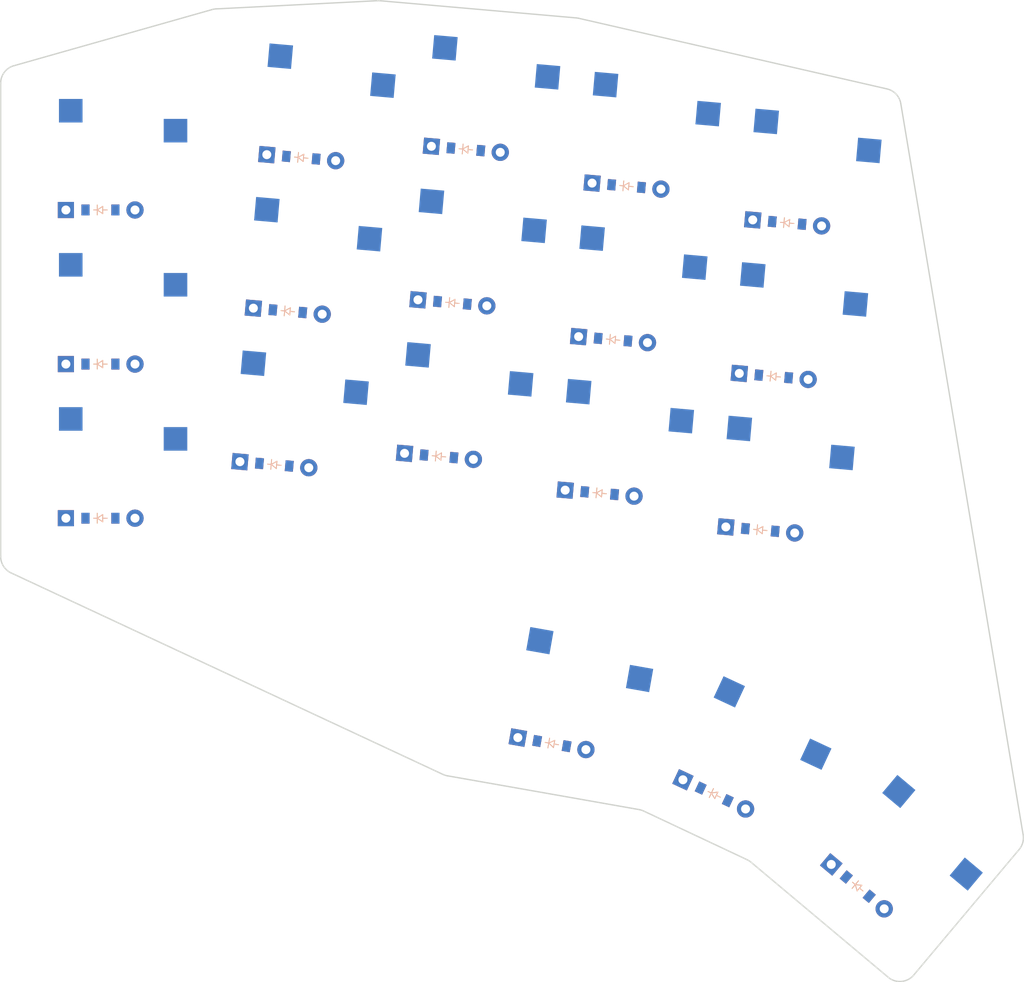
<source format=kicad_pcb>


(kicad_pcb (version 20171130) (host pcbnew 5.1.6)

  (page A3)
  (title_block
    (title "production")
    (rev "v1.0.0")
    (company "Unknown")
  )

  (general
    (thickness 1.6)
  )

  (layers
    (0 F.Cu signal)
    (31 B.Cu signal)
    (32 B.Adhes user)
    (33 F.Adhes user)
    (34 B.Paste user)
    (35 F.Paste user)
    (36 B.SilkS user)
    (37 F.SilkS user)
    (38 B.Mask user)
    (39 F.Mask user)
    (40 Dwgs.User user)
    (41 Cmts.User user)
    (42 Eco1.User user)
    (43 Eco2.User user)
    (44 Edge.Cuts user)
    (45 Margin user)
    (46 B.CrtYd user)
    (47 F.CrtYd user)
    (48 B.Fab user)
    (49 F.Fab user)
  )

  (setup
    (last_trace_width 0.25)
    (trace_clearance 0.2)
    (zone_clearance 0.508)
    (zone_45_only no)
    (trace_min 0.2)
    (via_size 0.8)
    (via_drill 0.4)
    (via_min_size 0.4)
    (via_min_drill 0.3)
    (uvia_size 0.3)
    (uvia_drill 0.1)
    (uvias_allowed no)
    (uvia_min_size 0.2)
    (uvia_min_drill 0.1)
    (edge_width 0.05)
    (segment_width 0.2)
    (pcb_text_width 0.3)
    (pcb_text_size 1.5 1.5)
    (mod_edge_width 0.12)
    (mod_text_size 1 1)
    (mod_text_width 0.15)
    (pad_size 1.524 1.524)
    (pad_drill 0.762)
    (pad_to_mask_clearance 0.05)
    (aux_axis_origin 0 0)
    (visible_elements FFFFFF7F)
    (pcbplotparams
      (layerselection 0x010fc_ffffffff)
      (usegerberextensions false)
      (usegerberattributes true)
      (usegerberadvancedattributes true)
      (creategerberjobfile true)
      (excludeedgelayer true)
      (linewidth 0.100000)
      (plotframeref false)
      (viasonmask false)
      (mode 1)
      (useauxorigin false)
      (hpglpennumber 1)
      (hpglpenspeed 20)
      (hpglpendiameter 15.000000)
      (psnegative false)
      (psa4output false)
      (plotreference true)
      (plotvalue true)
      (plotinvisibletext false)
      (padsonsilk false)
      (subtractmaskfromsilk false)
      (outputformat 1)
      (mirror false)
      (drillshape 1)
      (scaleselection 1)
      (outputdirectory ""))
  )

  (net 0 "")
(net 1 "pinky_bottom")
(net 2 "pinky_home")
(net 3 "pinky_top")
(net 4 "ring_bottom")
(net 5 "ring_home")
(net 6 "ring_top")
(net 7 "middle_bottom")
(net 8 "middle_home")
(net 9 "middle_top")
(net 10 "index_bottom")
(net 11 "index_home")
(net 12 "index_top")
(net 13 "inner_bottom")
(net 14 "inner_home")
(net 15 "inner_top")
(net 16 "outer_cluster")
(net 17 "middle_cluster")
(net 18 "inner_cluster")

  (net_class Default "This is the default net class."
    (clearance 0.2)
    (trace_width 0.25)
    (via_dia 0.8)
    (via_drill 0.4)
    (uvia_dia 0.3)
    (uvia_drill 0.1)
    (add_net "")
(add_net "pinky_bottom")
(add_net "pinky_home")
(add_net "pinky_top")
(add_net "ring_bottom")
(add_net "ring_home")
(add_net "ring_top")
(add_net "middle_bottom")
(add_net "middle_home")
(add_net "middle_top")
(add_net "index_bottom")
(add_net "index_home")
(add_net "index_top")
(add_net "inner_bottom")
(add_net "inner_home")
(add_net "inner_top")
(add_net "outer_cluster")
(add_net "middle_cluster")
(add_net "inner_cluster")
  )

  
        
      (module PG1350 (layer F.Cu) (tedit 5DD50112)
      (at 0 0 0)

      
      (fp_text reference "S1" (at 0 0) (layer F.SilkS) hide (effects (font (size 1.27 1.27) (thickness 0.15))))
      (fp_text value "" (at 0 0) (layer F.SilkS) hide (effects (font (size 1.27 1.27) (thickness 0.15))))

      
      (fp_line (start -7 -6) (end -7 -7) (layer Dwgs.User) (width 0.15))
      (fp_line (start -7 7) (end -6 7) (layer Dwgs.User) (width 0.15))
      (fp_line (start -6 -7) (end -7 -7) (layer Dwgs.User) (width 0.15))
      (fp_line (start -7 7) (end -7 6) (layer Dwgs.User) (width 0.15))
      (fp_line (start 7 6) (end 7 7) (layer Dwgs.User) (width 0.15))
      (fp_line (start 7 -7) (end 6 -7) (layer Dwgs.User) (width 0.15))
      (fp_line (start 6 7) (end 7 7) (layer Dwgs.User) (width 0.15))
      (fp_line (start 7 -7) (end 7 -6) (layer Dwgs.User) (width 0.15))      
      
      
      (pad "" np_thru_hole circle (at 0 0) (size 3.429 3.429) (drill 3.429) (layers *.Cu *.Mask))
        
      
      (pad "" np_thru_hole circle (at 5.5 0) (size 1.7018 1.7018) (drill 1.7018) (layers *.Cu *.Mask))
      (pad "" np_thru_hole circle (at -5.5 0) (size 1.7018 1.7018) (drill 1.7018) (layers *.Cu *.Mask))
      
        
      
      (fp_line (start -9 -8.5) (end 9 -8.5) (layer Dwgs.User) (width 0.15))
      (fp_line (start 9 -8.5) (end 9 8.5) (layer Dwgs.User) (width 0.15))
      (fp_line (start 9 8.5) (end -9 8.5) (layer Dwgs.User) (width 0.15))
      (fp_line (start -9 8.5) (end -9 -8.5) (layer Dwgs.User) (width 0.15))
      
        
          
          (pad "" np_thru_hole circle (at 5 -3.75) (size 3 3) (drill 3) (layers *.Cu *.Mask))
          (pad "" np_thru_hole circle (at 0 -5.95) (size 3 3) (drill 3) (layers *.Cu *.Mask))
      
          
          (pad 1 smd rect (at -3.275 -5.95 0) (size 2.6 2.6) (layers B.Cu B.Paste B.Mask)  (net 0 ""))
          (pad 2 smd rect (at 8.275 -3.75 0) (size 2.6 2.6) (layers B.Cu B.Paste B.Mask)  (net 1 "pinky_bottom"))
        )
        

        
      (module PG1350 (layer F.Cu) (tedit 5DD50112)
      (at 0 -17 0)

      
      (fp_text reference "S2" (at 0 0) (layer F.SilkS) hide (effects (font (size 1.27 1.27) (thickness 0.15))))
      (fp_text value "" (at 0 0) (layer F.SilkS) hide (effects (font (size 1.27 1.27) (thickness 0.15))))

      
      (fp_line (start -7 -6) (end -7 -7) (layer Dwgs.User) (width 0.15))
      (fp_line (start -7 7) (end -6 7) (layer Dwgs.User) (width 0.15))
      (fp_line (start -6 -7) (end -7 -7) (layer Dwgs.User) (width 0.15))
      (fp_line (start -7 7) (end -7 6) (layer Dwgs.User) (width 0.15))
      (fp_line (start 7 6) (end 7 7) (layer Dwgs.User) (width 0.15))
      (fp_line (start 7 -7) (end 6 -7) (layer Dwgs.User) (width 0.15))
      (fp_line (start 6 7) (end 7 7) (layer Dwgs.User) (width 0.15))
      (fp_line (start 7 -7) (end 7 -6) (layer Dwgs.User) (width 0.15))      
      
      
      (pad "" np_thru_hole circle (at 0 0) (size 3.429 3.429) (drill 3.429) (layers *.Cu *.Mask))
        
      
      (pad "" np_thru_hole circle (at 5.5 0) (size 1.7018 1.7018) (drill 1.7018) (layers *.Cu *.Mask))
      (pad "" np_thru_hole circle (at -5.5 0) (size 1.7018 1.7018) (drill 1.7018) (layers *.Cu *.Mask))
      
        
      
      (fp_line (start -9 -8.5) (end 9 -8.5) (layer Dwgs.User) (width 0.15))
      (fp_line (start 9 -8.5) (end 9 8.5) (layer Dwgs.User) (width 0.15))
      (fp_line (start 9 8.5) (end -9 8.5) (layer Dwgs.User) (width 0.15))
      (fp_line (start -9 8.5) (end -9 -8.5) (layer Dwgs.User) (width 0.15))
      
        
          
          (pad "" np_thru_hole circle (at 5 -3.75) (size 3 3) (drill 3) (layers *.Cu *.Mask))
          (pad "" np_thru_hole circle (at 0 -5.95) (size 3 3) (drill 3) (layers *.Cu *.Mask))
      
          
          (pad 1 smd rect (at -3.275 -5.95 0) (size 2.6 2.6) (layers B.Cu B.Paste B.Mask)  (net 0 ""))
          (pad 2 smd rect (at 8.275 -3.75 0) (size 2.6 2.6) (layers B.Cu B.Paste B.Mask)  (net 2 "pinky_home"))
        )
        

        
      (module PG1350 (layer F.Cu) (tedit 5DD50112)
      (at 0 -34 0)

      
      (fp_text reference "S3" (at 0 0) (layer F.SilkS) hide (effects (font (size 1.27 1.27) (thickness 0.15))))
      (fp_text value "" (at 0 0) (layer F.SilkS) hide (effects (font (size 1.27 1.27) (thickness 0.15))))

      
      (fp_line (start -7 -6) (end -7 -7) (layer Dwgs.User) (width 0.15))
      (fp_line (start -7 7) (end -6 7) (layer Dwgs.User) (width 0.15))
      (fp_line (start -6 -7) (end -7 -7) (layer Dwgs.User) (width 0.15))
      (fp_line (start -7 7) (end -7 6) (layer Dwgs.User) (width 0.15))
      (fp_line (start 7 6) (end 7 7) (layer Dwgs.User) (width 0.15))
      (fp_line (start 7 -7) (end 6 -7) (layer Dwgs.User) (width 0.15))
      (fp_line (start 6 7) (end 7 7) (layer Dwgs.User) (width 0.15))
      (fp_line (start 7 -7) (end 7 -6) (layer Dwgs.User) (width 0.15))      
      
      
      (pad "" np_thru_hole circle (at 0 0) (size 3.429 3.429) (drill 3.429) (layers *.Cu *.Mask))
        
      
      (pad "" np_thru_hole circle (at 5.5 0) (size 1.7018 1.7018) (drill 1.7018) (layers *.Cu *.Mask))
      (pad "" np_thru_hole circle (at -5.5 0) (size 1.7018 1.7018) (drill 1.7018) (layers *.Cu *.Mask))
      
        
      
      (fp_line (start -9 -8.5) (end 9 -8.5) (layer Dwgs.User) (width 0.15))
      (fp_line (start 9 -8.5) (end 9 8.5) (layer Dwgs.User) (width 0.15))
      (fp_line (start 9 8.5) (end -9 8.5) (layer Dwgs.User) (width 0.15))
      (fp_line (start -9 8.5) (end -9 -8.5) (layer Dwgs.User) (width 0.15))
      
        
          
          (pad "" np_thru_hole circle (at 5 -3.75) (size 3 3) (drill 3) (layers *.Cu *.Mask))
          (pad "" np_thru_hole circle (at 0 -5.95) (size 3 3) (drill 3) (layers *.Cu *.Mask))
      
          
          (pad 1 smd rect (at -3.275 -5.95 0) (size 2.6 2.6) (layers B.Cu B.Paste B.Mask)  (net 0 ""))
          (pad 2 smd rect (at 8.275 -3.75 0) (size 2.6 2.6) (layers B.Cu B.Paste B.Mask)  (net 3 "pinky_top"))
        )
        

        
      (module PG1350 (layer F.Cu) (tedit 5DD50112)
      (at 19.6102955 -5.881830399999998 -5)

      
      (fp_text reference "S4" (at 0 0) (layer F.SilkS) hide (effects (font (size 1.27 1.27) (thickness 0.15))))
      (fp_text value "" (at 0 0) (layer F.SilkS) hide (effects (font (size 1.27 1.27) (thickness 0.15))))

      
      (fp_line (start -7 -6) (end -7 -7) (layer Dwgs.User) (width 0.15))
      (fp_line (start -7 7) (end -6 7) (layer Dwgs.User) (width 0.15))
      (fp_line (start -6 -7) (end -7 -7) (layer Dwgs.User) (width 0.15))
      (fp_line (start -7 7) (end -7 6) (layer Dwgs.User) (width 0.15))
      (fp_line (start 7 6) (end 7 7) (layer Dwgs.User) (width 0.15))
      (fp_line (start 7 -7) (end 6 -7) (layer Dwgs.User) (width 0.15))
      (fp_line (start 6 7) (end 7 7) (layer Dwgs.User) (width 0.15))
      (fp_line (start 7 -7) (end 7 -6) (layer Dwgs.User) (width 0.15))      
      
      
      (pad "" np_thru_hole circle (at 0 0) (size 3.429 3.429) (drill 3.429) (layers *.Cu *.Mask))
        
      
      (pad "" np_thru_hole circle (at 5.5 0) (size 1.7018 1.7018) (drill 1.7018) (layers *.Cu *.Mask))
      (pad "" np_thru_hole circle (at -5.5 0) (size 1.7018 1.7018) (drill 1.7018) (layers *.Cu *.Mask))
      
        
      
      (fp_line (start -9 -8.5) (end 9 -8.5) (layer Dwgs.User) (width 0.15))
      (fp_line (start 9 -8.5) (end 9 8.5) (layer Dwgs.User) (width 0.15))
      (fp_line (start 9 8.5) (end -9 8.5) (layer Dwgs.User) (width 0.15))
      (fp_line (start -9 8.5) (end -9 -8.5) (layer Dwgs.User) (width 0.15))
      
        
          
          (pad "" np_thru_hole circle (at 5 -3.75) (size 3 3) (drill 3) (layers *.Cu *.Mask))
          (pad "" np_thru_hole circle (at 0 -5.95) (size 3 3) (drill 3) (layers *.Cu *.Mask))
      
          
          (pad 1 smd rect (at -3.275 -5.95 -5) (size 2.6 2.6) (layers B.Cu B.Paste B.Mask)  (net 0 ""))
          (pad 2 smd rect (at 8.275 -3.75 -5) (size 2.6 2.6) (layers B.Cu B.Paste B.Mask)  (net 4 "ring_bottom"))
        )
        

        
      (module PG1350 (layer F.Cu) (tedit 5DD50112)
      (at 21.091943099999998 -22.8171403 -5)

      
      (fp_text reference "S5" (at 0 0) (layer F.SilkS) hide (effects (font (size 1.27 1.27) (thickness 0.15))))
      (fp_text value "" (at 0 0) (layer F.SilkS) hide (effects (font (size 1.27 1.27) (thickness 0.15))))

      
      (fp_line (start -7 -6) (end -7 -7) (layer Dwgs.User) (width 0.15))
      (fp_line (start -7 7) (end -6 7) (layer Dwgs.User) (width 0.15))
      (fp_line (start -6 -7) (end -7 -7) (layer Dwgs.User) (width 0.15))
      (fp_line (start -7 7) (end -7 6) (layer Dwgs.User) (width 0.15))
      (fp_line (start 7 6) (end 7 7) (layer Dwgs.User) (width 0.15))
      (fp_line (start 7 -7) (end 6 -7) (layer Dwgs.User) (width 0.15))
      (fp_line (start 6 7) (end 7 7) (layer Dwgs.User) (width 0.15))
      (fp_line (start 7 -7) (end 7 -6) (layer Dwgs.User) (width 0.15))      
      
      
      (pad "" np_thru_hole circle (at 0 0) (size 3.429 3.429) (drill 3.429) (layers *.Cu *.Mask))
        
      
      (pad "" np_thru_hole circle (at 5.5 0) (size 1.7018 1.7018) (drill 1.7018) (layers *.Cu *.Mask))
      (pad "" np_thru_hole circle (at -5.5 0) (size 1.7018 1.7018) (drill 1.7018) (layers *.Cu *.Mask))
      
        
      
      (fp_line (start -9 -8.5) (end 9 -8.5) (layer Dwgs.User) (width 0.15))
      (fp_line (start 9 -8.5) (end 9 8.5) (layer Dwgs.User) (width 0.15))
      (fp_line (start 9 8.5) (end -9 8.5) (layer Dwgs.User) (width 0.15))
      (fp_line (start -9 8.5) (end -9 -8.5) (layer Dwgs.User) (width 0.15))
      
        
          
          (pad "" np_thru_hole circle (at 5 -3.75) (size 3 3) (drill 3) (layers *.Cu *.Mask))
          (pad "" np_thru_hole circle (at 0 -5.95) (size 3 3) (drill 3) (layers *.Cu *.Mask))
      
          
          (pad 1 smd rect (at -3.275 -5.95 -5) (size 2.6 2.6) (layers B.Cu B.Paste B.Mask)  (net 0 ""))
          (pad 2 smd rect (at 8.275 -3.75 -5) (size 2.6 2.6) (layers B.Cu B.Paste B.Mask)  (net 5 "ring_home"))
        )
        

        
      (module PG1350 (layer F.Cu) (tedit 5DD50112)
      (at 22.573590699999997 -39.7524502 -5)

      
      (fp_text reference "S6" (at 0 0) (layer F.SilkS) hide (effects (font (size 1.27 1.27) (thickness 0.15))))
      (fp_text value "" (at 0 0) (layer F.SilkS) hide (effects (font (size 1.27 1.27) (thickness 0.15))))

      
      (fp_line (start -7 -6) (end -7 -7) (layer Dwgs.User) (width 0.15))
      (fp_line (start -7 7) (end -6 7) (layer Dwgs.User) (width 0.15))
      (fp_line (start -6 -7) (end -7 -7) (layer Dwgs.User) (width 0.15))
      (fp_line (start -7 7) (end -7 6) (layer Dwgs.User) (width 0.15))
      (fp_line (start 7 6) (end 7 7) (layer Dwgs.User) (width 0.15))
      (fp_line (start 7 -7) (end 6 -7) (layer Dwgs.User) (width 0.15))
      (fp_line (start 6 7) (end 7 7) (layer Dwgs.User) (width 0.15))
      (fp_line (start 7 -7) (end 7 -6) (layer Dwgs.User) (width 0.15))      
      
      
      (pad "" np_thru_hole circle (at 0 0) (size 3.429 3.429) (drill 3.429) (layers *.Cu *.Mask))
        
      
      (pad "" np_thru_hole circle (at 5.5 0) (size 1.7018 1.7018) (drill 1.7018) (layers *.Cu *.Mask))
      (pad "" np_thru_hole circle (at -5.5 0) (size 1.7018 1.7018) (drill 1.7018) (layers *.Cu *.Mask))
      
        
      
      (fp_line (start -9 -8.5) (end 9 -8.5) (layer Dwgs.User) (width 0.15))
      (fp_line (start 9 -8.5) (end 9 8.5) (layer Dwgs.User) (width 0.15))
      (fp_line (start 9 8.5) (end -9 8.5) (layer Dwgs.User) (width 0.15))
      (fp_line (start -9 8.5) (end -9 -8.5) (layer Dwgs.User) (width 0.15))
      
        
          
          (pad "" np_thru_hole circle (at 5 -3.75) (size 3 3) (drill 3) (layers *.Cu *.Mask))
          (pad "" np_thru_hole circle (at 0 -5.95) (size 3 3) (drill 3) (layers *.Cu *.Mask))
      
          
          (pad 1 smd rect (at -3.275 -5.95 -5) (size 2.6 2.6) (layers B.Cu B.Paste B.Mask)  (net 0 ""))
          (pad 2 smd rect (at 8.275 -3.75 -5) (size 2.6 2.6) (layers B.Cu B.Paste B.Mask)  (net 6 "ring_top"))
        )
        

        
      (module PG1350 (layer F.Cu) (tedit 5DD50112)
      (at 37.7596894 -6.8035137 -5)

      
      (fp_text reference "S7" (at 0 0) (layer F.SilkS) hide (effects (font (size 1.27 1.27) (thickness 0.15))))
      (fp_text value "" (at 0 0) (layer F.SilkS) hide (effects (font (size 1.27 1.27) (thickness 0.15))))

      
      (fp_line (start -7 -6) (end -7 -7) (layer Dwgs.User) (width 0.15))
      (fp_line (start -7 7) (end -6 7) (layer Dwgs.User) (width 0.15))
      (fp_line (start -6 -7) (end -7 -7) (layer Dwgs.User) (width 0.15))
      (fp_line (start -7 7) (end -7 6) (layer Dwgs.User) (width 0.15))
      (fp_line (start 7 6) (end 7 7) (layer Dwgs.User) (width 0.15))
      (fp_line (start 7 -7) (end 6 -7) (layer Dwgs.User) (width 0.15))
      (fp_line (start 6 7) (end 7 7) (layer Dwgs.User) (width 0.15))
      (fp_line (start 7 -7) (end 7 -6) (layer Dwgs.User) (width 0.15))      
      
      
      (pad "" np_thru_hole circle (at 0 0) (size 3.429 3.429) (drill 3.429) (layers *.Cu *.Mask))
        
      
      (pad "" np_thru_hole circle (at 5.5 0) (size 1.7018 1.7018) (drill 1.7018) (layers *.Cu *.Mask))
      (pad "" np_thru_hole circle (at -5.5 0) (size 1.7018 1.7018) (drill 1.7018) (layers *.Cu *.Mask))
      
        
      
      (fp_line (start -9 -8.5) (end 9 -8.5) (layer Dwgs.User) (width 0.15))
      (fp_line (start 9 -8.5) (end 9 8.5) (layer Dwgs.User) (width 0.15))
      (fp_line (start 9 8.5) (end -9 8.5) (layer Dwgs.User) (width 0.15))
      (fp_line (start -9 8.5) (end -9 -8.5) (layer Dwgs.User) (width 0.15))
      
        
          
          (pad "" np_thru_hole circle (at 5 -3.75) (size 3 3) (drill 3) (layers *.Cu *.Mask))
          (pad "" np_thru_hole circle (at 0 -5.95) (size 3 3) (drill 3) (layers *.Cu *.Mask))
      
          
          (pad 1 smd rect (at -3.275 -5.95 -5) (size 2.6 2.6) (layers B.Cu B.Paste B.Mask)  (net 0 ""))
          (pad 2 smd rect (at 8.275 -3.75 -5) (size 2.6 2.6) (layers B.Cu B.Paste B.Mask)  (net 7 "middle_bottom"))
        )
        

        
      (module PG1350 (layer F.Cu) (tedit 5DD50112)
      (at 39.241337 -23.7388236 -5)

      
      (fp_text reference "S8" (at 0 0) (layer F.SilkS) hide (effects (font (size 1.27 1.27) (thickness 0.15))))
      (fp_text value "" (at 0 0) (layer F.SilkS) hide (effects (font (size 1.27 1.27) (thickness 0.15))))

      
      (fp_line (start -7 -6) (end -7 -7) (layer Dwgs.User) (width 0.15))
      (fp_line (start -7 7) (end -6 7) (layer Dwgs.User) (width 0.15))
      (fp_line (start -6 -7) (end -7 -7) (layer Dwgs.User) (width 0.15))
      (fp_line (start -7 7) (end -7 6) (layer Dwgs.User) (width 0.15))
      (fp_line (start 7 6) (end 7 7) (layer Dwgs.User) (width 0.15))
      (fp_line (start 7 -7) (end 6 -7) (layer Dwgs.User) (width 0.15))
      (fp_line (start 6 7) (end 7 7) (layer Dwgs.User) (width 0.15))
      (fp_line (start 7 -7) (end 7 -6) (layer Dwgs.User) (width 0.15))      
      
      
      (pad "" np_thru_hole circle (at 0 0) (size 3.429 3.429) (drill 3.429) (layers *.Cu *.Mask))
        
      
      (pad "" np_thru_hole circle (at 5.5 0) (size 1.7018 1.7018) (drill 1.7018) (layers *.Cu *.Mask))
      (pad "" np_thru_hole circle (at -5.5 0) (size 1.7018 1.7018) (drill 1.7018) (layers *.Cu *.Mask))
      
        
      
      (fp_line (start -9 -8.5) (end 9 -8.5) (layer Dwgs.User) (width 0.15))
      (fp_line (start 9 -8.5) (end 9 8.5) (layer Dwgs.User) (width 0.15))
      (fp_line (start 9 8.5) (end -9 8.5) (layer Dwgs.User) (width 0.15))
      (fp_line (start -9 8.5) (end -9 -8.5) (layer Dwgs.User) (width 0.15))
      
        
          
          (pad "" np_thru_hole circle (at 5 -3.75) (size 3 3) (drill 3) (layers *.Cu *.Mask))
          (pad "" np_thru_hole circle (at 0 -5.95) (size 3 3) (drill 3) (layers *.Cu *.Mask))
      
          
          (pad 1 smd rect (at -3.275 -5.95 -5) (size 2.6 2.6) (layers B.Cu B.Paste B.Mask)  (net 0 ""))
          (pad 2 smd rect (at 8.275 -3.75 -5) (size 2.6 2.6) (layers B.Cu B.Paste B.Mask)  (net 8 "middle_home"))
        )
        

        
      (module PG1350 (layer F.Cu) (tedit 5DD50112)
      (at 40.722984600000004 -40.674133499999996 -5)

      
      (fp_text reference "S9" (at 0 0) (layer F.SilkS) hide (effects (font (size 1.27 1.27) (thickness 0.15))))
      (fp_text value "" (at 0 0) (layer F.SilkS) hide (effects (font (size 1.27 1.27) (thickness 0.15))))

      
      (fp_line (start -7 -6) (end -7 -7) (layer Dwgs.User) (width 0.15))
      (fp_line (start -7 7) (end -6 7) (layer Dwgs.User) (width 0.15))
      (fp_line (start -6 -7) (end -7 -7) (layer Dwgs.User) (width 0.15))
      (fp_line (start -7 7) (end -7 6) (layer Dwgs.User) (width 0.15))
      (fp_line (start 7 6) (end 7 7) (layer Dwgs.User) (width 0.15))
      (fp_line (start 7 -7) (end 6 -7) (layer Dwgs.User) (width 0.15))
      (fp_line (start 6 7) (end 7 7) (layer Dwgs.User) (width 0.15))
      (fp_line (start 7 -7) (end 7 -6) (layer Dwgs.User) (width 0.15))      
      
      
      (pad "" np_thru_hole circle (at 0 0) (size 3.429 3.429) (drill 3.429) (layers *.Cu *.Mask))
        
      
      (pad "" np_thru_hole circle (at 5.5 0) (size 1.7018 1.7018) (drill 1.7018) (layers *.Cu *.Mask))
      (pad "" np_thru_hole circle (at -5.5 0) (size 1.7018 1.7018) (drill 1.7018) (layers *.Cu *.Mask))
      
        
      
      (fp_line (start -9 -8.5) (end 9 -8.5) (layer Dwgs.User) (width 0.15))
      (fp_line (start 9 -8.5) (end 9 8.5) (layer Dwgs.User) (width 0.15))
      (fp_line (start 9 8.5) (end -9 8.5) (layer Dwgs.User) (width 0.15))
      (fp_line (start -9 8.5) (end -9 -8.5) (layer Dwgs.User) (width 0.15))
      
        
          
          (pad "" np_thru_hole circle (at 5 -3.75) (size 3 3) (drill 3) (layers *.Cu *.Mask))
          (pad "" np_thru_hole circle (at 0 -5.95) (size 3 3) (drill 3) (layers *.Cu *.Mask))
      
          
          (pad 1 smd rect (at -3.275 -5.95 -5) (size 2.6 2.6) (layers B.Cu B.Paste B.Mask)  (net 0 ""))
          (pad 2 smd rect (at 8.275 -3.75 -5) (size 2.6 2.6) (layers B.Cu B.Paste B.Mask)  (net 9 "middle_top"))
        )
        

        
      (module PG1350 (layer F.Cu) (tedit 5DD50112)
      (at 55.4733046 -2.7442235999999998 -5)

      
      (fp_text reference "S10" (at 0 0) (layer F.SilkS) hide (effects (font (size 1.27 1.27) (thickness 0.15))))
      (fp_text value "" (at 0 0) (layer F.SilkS) hide (effects (font (size 1.27 1.27) (thickness 0.15))))

      
      (fp_line (start -7 -6) (end -7 -7) (layer Dwgs.User) (width 0.15))
      (fp_line (start -7 7) (end -6 7) (layer Dwgs.User) (width 0.15))
      (fp_line (start -6 -7) (end -7 -7) (layer Dwgs.User) (width 0.15))
      (fp_line (start -7 7) (end -7 6) (layer Dwgs.User) (width 0.15))
      (fp_line (start 7 6) (end 7 7) (layer Dwgs.User) (width 0.15))
      (fp_line (start 7 -7) (end 6 -7) (layer Dwgs.User) (width 0.15))
      (fp_line (start 6 7) (end 7 7) (layer Dwgs.User) (width 0.15))
      (fp_line (start 7 -7) (end 7 -6) (layer Dwgs.User) (width 0.15))      
      
      
      (pad "" np_thru_hole circle (at 0 0) (size 3.429 3.429) (drill 3.429) (layers *.Cu *.Mask))
        
      
      (pad "" np_thru_hole circle (at 5.5 0) (size 1.7018 1.7018) (drill 1.7018) (layers *.Cu *.Mask))
      (pad "" np_thru_hole circle (at -5.5 0) (size 1.7018 1.7018) (drill 1.7018) (layers *.Cu *.Mask))
      
        
      
      (fp_line (start -9 -8.5) (end 9 -8.5) (layer Dwgs.User) (width 0.15))
      (fp_line (start 9 -8.5) (end 9 8.5) (layer Dwgs.User) (width 0.15))
      (fp_line (start 9 8.5) (end -9 8.5) (layer Dwgs.User) (width 0.15))
      (fp_line (start -9 8.5) (end -9 -8.5) (layer Dwgs.User) (width 0.15))
      
        
          
          (pad "" np_thru_hole circle (at 5 -3.75) (size 3 3) (drill 3) (layers *.Cu *.Mask))
          (pad "" np_thru_hole circle (at 0 -5.95) (size 3 3) (drill 3) (layers *.Cu *.Mask))
      
          
          (pad 1 smd rect (at -3.275 -5.95 -5) (size 2.6 2.6) (layers B.Cu B.Paste B.Mask)  (net 0 ""))
          (pad 2 smd rect (at 8.275 -3.75 -5) (size 2.6 2.6) (layers B.Cu B.Paste B.Mask)  (net 10 "index_bottom"))
        )
        

        
      (module PG1350 (layer F.Cu) (tedit 5DD50112)
      (at 56.9549522 -19.679533499999998 -5)

      
      (fp_text reference "S11" (at 0 0) (layer F.SilkS) hide (effects (font (size 1.27 1.27) (thickness 0.15))))
      (fp_text value "" (at 0 0) (layer F.SilkS) hide (effects (font (size 1.27 1.27) (thickness 0.15))))

      
      (fp_line (start -7 -6) (end -7 -7) (layer Dwgs.User) (width 0.15))
      (fp_line (start -7 7) (end -6 7) (layer Dwgs.User) (width 0.15))
      (fp_line (start -6 -7) (end -7 -7) (layer Dwgs.User) (width 0.15))
      (fp_line (start -7 7) (end -7 6) (layer Dwgs.User) (width 0.15))
      (fp_line (start 7 6) (end 7 7) (layer Dwgs.User) (width 0.15))
      (fp_line (start 7 -7) (end 6 -7) (layer Dwgs.User) (width 0.15))
      (fp_line (start 6 7) (end 7 7) (layer Dwgs.User) (width 0.15))
      (fp_line (start 7 -7) (end 7 -6) (layer Dwgs.User) (width 0.15))      
      
      
      (pad "" np_thru_hole circle (at 0 0) (size 3.429 3.429) (drill 3.429) (layers *.Cu *.Mask))
        
      
      (pad "" np_thru_hole circle (at 5.5 0) (size 1.7018 1.7018) (drill 1.7018) (layers *.Cu *.Mask))
      (pad "" np_thru_hole circle (at -5.5 0) (size 1.7018 1.7018) (drill 1.7018) (layers *.Cu *.Mask))
      
        
      
      (fp_line (start -9 -8.5) (end 9 -8.5) (layer Dwgs.User) (width 0.15))
      (fp_line (start 9 -8.5) (end 9 8.5) (layer Dwgs.User) (width 0.15))
      (fp_line (start 9 8.5) (end -9 8.5) (layer Dwgs.User) (width 0.15))
      (fp_line (start -9 8.5) (end -9 -8.5) (layer Dwgs.User) (width 0.15))
      
        
          
          (pad "" np_thru_hole circle (at 5 -3.75) (size 3 3) (drill 3) (layers *.Cu *.Mask))
          (pad "" np_thru_hole circle (at 0 -5.95) (size 3 3) (drill 3) (layers *.Cu *.Mask))
      
          
          (pad 1 smd rect (at -3.275 -5.95 -5) (size 2.6 2.6) (layers B.Cu B.Paste B.Mask)  (net 0 ""))
          (pad 2 smd rect (at 8.275 -3.75 -5) (size 2.6 2.6) (layers B.Cu B.Paste B.Mask)  (net 11 "index_home"))
        )
        

        
      (module PG1350 (layer F.Cu) (tedit 5DD50112)
      (at 58.4365998 -36.6148434 -5)

      
      (fp_text reference "S12" (at 0 0) (layer F.SilkS) hide (effects (font (size 1.27 1.27) (thickness 0.15))))
      (fp_text value "" (at 0 0) (layer F.SilkS) hide (effects (font (size 1.27 1.27) (thickness 0.15))))

      
      (fp_line (start -7 -6) (end -7 -7) (layer Dwgs.User) (width 0.15))
      (fp_line (start -7 7) (end -6 7) (layer Dwgs.User) (width 0.15))
      (fp_line (start -6 -7) (end -7 -7) (layer Dwgs.User) (width 0.15))
      (fp_line (start -7 7) (end -7 6) (layer Dwgs.User) (width 0.15))
      (fp_line (start 7 6) (end 7 7) (layer Dwgs.User) (width 0.15))
      (fp_line (start 7 -7) (end 6 -7) (layer Dwgs.User) (width 0.15))
      (fp_line (start 6 7) (end 7 7) (layer Dwgs.User) (width 0.15))
      (fp_line (start 7 -7) (end 7 -6) (layer Dwgs.User) (width 0.15))      
      
      
      (pad "" np_thru_hole circle (at 0 0) (size 3.429 3.429) (drill 3.429) (layers *.Cu *.Mask))
        
      
      (pad "" np_thru_hole circle (at 5.5 0) (size 1.7018 1.7018) (drill 1.7018) (layers *.Cu *.Mask))
      (pad "" np_thru_hole circle (at -5.5 0) (size 1.7018 1.7018) (drill 1.7018) (layers *.Cu *.Mask))
      
        
      
      (fp_line (start -9 -8.5) (end 9 -8.5) (layer Dwgs.User) (width 0.15))
      (fp_line (start 9 -8.5) (end 9 8.5) (layer Dwgs.User) (width 0.15))
      (fp_line (start 9 8.5) (end -9 8.5) (layer Dwgs.User) (width 0.15))
      (fp_line (start -9 8.5) (end -9 -8.5) (layer Dwgs.User) (width 0.15))
      
        
          
          (pad "" np_thru_hole circle (at 5 -3.75) (size 3 3) (drill 3) (layers *.Cu *.Mask))
          (pad "" np_thru_hole circle (at 0 -5.95) (size 3 3) (drill 3) (layers *.Cu *.Mask))
      
          
          (pad 1 smd rect (at -3.275 -5.95 -5) (size 2.6 2.6) (layers B.Cu B.Paste B.Mask)  (net 0 ""))
          (pad 2 smd rect (at 8.275 -3.75 -5) (size 2.6 2.6) (layers B.Cu B.Paste B.Mask)  (net 12 "index_top"))
        )
        

        
      (module PG1350 (layer F.Cu) (tedit 5DD50112)
      (at 73.1869198 1.3150665000000004 -5)

      
      (fp_text reference "S13" (at 0 0) (layer F.SilkS) hide (effects (font (size 1.27 1.27) (thickness 0.15))))
      (fp_text value "" (at 0 0) (layer F.SilkS) hide (effects (font (size 1.27 1.27) (thickness 0.15))))

      
      (fp_line (start -7 -6) (end -7 -7) (layer Dwgs.User) (width 0.15))
      (fp_line (start -7 7) (end -6 7) (layer Dwgs.User) (width 0.15))
      (fp_line (start -6 -7) (end -7 -7) (layer Dwgs.User) (width 0.15))
      (fp_line (start -7 7) (end -7 6) (layer Dwgs.User) (width 0.15))
      (fp_line (start 7 6) (end 7 7) (layer Dwgs.User) (width 0.15))
      (fp_line (start 7 -7) (end 6 -7) (layer Dwgs.User) (width 0.15))
      (fp_line (start 6 7) (end 7 7) (layer Dwgs.User) (width 0.15))
      (fp_line (start 7 -7) (end 7 -6) (layer Dwgs.User) (width 0.15))      
      
      
      (pad "" np_thru_hole circle (at 0 0) (size 3.429 3.429) (drill 3.429) (layers *.Cu *.Mask))
        
      
      (pad "" np_thru_hole circle (at 5.5 0) (size 1.7018 1.7018) (drill 1.7018) (layers *.Cu *.Mask))
      (pad "" np_thru_hole circle (at -5.5 0) (size 1.7018 1.7018) (drill 1.7018) (layers *.Cu *.Mask))
      
        
      
      (fp_line (start -9 -8.5) (end 9 -8.5) (layer Dwgs.User) (width 0.15))
      (fp_line (start 9 -8.5) (end 9 8.5) (layer Dwgs.User) (width 0.15))
      (fp_line (start 9 8.5) (end -9 8.5) (layer Dwgs.User) (width 0.15))
      (fp_line (start -9 8.5) (end -9 -8.5) (layer Dwgs.User) (width 0.15))
      
        
          
          (pad "" np_thru_hole circle (at 5 -3.75) (size 3 3) (drill 3) (layers *.Cu *.Mask))
          (pad "" np_thru_hole circle (at 0 -5.95) (size 3 3) (drill 3) (layers *.Cu *.Mask))
      
          
          (pad 1 smd rect (at -3.275 -5.95 -5) (size 2.6 2.6) (layers B.Cu B.Paste B.Mask)  (net 0 ""))
          (pad 2 smd rect (at 8.275 -3.75 -5) (size 2.6 2.6) (layers B.Cu B.Paste B.Mask)  (net 13 "inner_bottom"))
        )
        

        
      (module PG1350 (layer F.Cu) (tedit 5DD50112)
      (at 74.6685674 -15.6202434 -5)

      
      (fp_text reference "S14" (at 0 0) (layer F.SilkS) hide (effects (font (size 1.27 1.27) (thickness 0.15))))
      (fp_text value "" (at 0 0) (layer F.SilkS) hide (effects (font (size 1.27 1.27) (thickness 0.15))))

      
      (fp_line (start -7 -6) (end -7 -7) (layer Dwgs.User) (width 0.15))
      (fp_line (start -7 7) (end -6 7) (layer Dwgs.User) (width 0.15))
      (fp_line (start -6 -7) (end -7 -7) (layer Dwgs.User) (width 0.15))
      (fp_line (start -7 7) (end -7 6) (layer Dwgs.User) (width 0.15))
      (fp_line (start 7 6) (end 7 7) (layer Dwgs.User) (width 0.15))
      (fp_line (start 7 -7) (end 6 -7) (layer Dwgs.User) (width 0.15))
      (fp_line (start 6 7) (end 7 7) (layer Dwgs.User) (width 0.15))
      (fp_line (start 7 -7) (end 7 -6) (layer Dwgs.User) (width 0.15))      
      
      
      (pad "" np_thru_hole circle (at 0 0) (size 3.429 3.429) (drill 3.429) (layers *.Cu *.Mask))
        
      
      (pad "" np_thru_hole circle (at 5.5 0) (size 1.7018 1.7018) (drill 1.7018) (layers *.Cu *.Mask))
      (pad "" np_thru_hole circle (at -5.5 0) (size 1.7018 1.7018) (drill 1.7018) (layers *.Cu *.Mask))
      
        
      
      (fp_line (start -9 -8.5) (end 9 -8.5) (layer Dwgs.User) (width 0.15))
      (fp_line (start 9 -8.5) (end 9 8.5) (layer Dwgs.User) (width 0.15))
      (fp_line (start 9 8.5) (end -9 8.5) (layer Dwgs.User) (width 0.15))
      (fp_line (start -9 8.5) (end -9 -8.5) (layer Dwgs.User) (width 0.15))
      
        
          
          (pad "" np_thru_hole circle (at 5 -3.75) (size 3 3) (drill 3) (layers *.Cu *.Mask))
          (pad "" np_thru_hole circle (at 0 -5.95) (size 3 3) (drill 3) (layers *.Cu *.Mask))
      
          
          (pad 1 smd rect (at -3.275 -5.95 -5) (size 2.6 2.6) (layers B.Cu B.Paste B.Mask)  (net 0 ""))
          (pad 2 smd rect (at 8.275 -3.75 -5) (size 2.6 2.6) (layers B.Cu B.Paste B.Mask)  (net 14 "inner_home"))
        )
        

        
      (module PG1350 (layer F.Cu) (tedit 5DD50112)
      (at 76.150215 -32.5555533 -5)

      
      (fp_text reference "S15" (at 0 0) (layer F.SilkS) hide (effects (font (size 1.27 1.27) (thickness 0.15))))
      (fp_text value "" (at 0 0) (layer F.SilkS) hide (effects (font (size 1.27 1.27) (thickness 0.15))))

      
      (fp_line (start -7 -6) (end -7 -7) (layer Dwgs.User) (width 0.15))
      (fp_line (start -7 7) (end -6 7) (layer Dwgs.User) (width 0.15))
      (fp_line (start -6 -7) (end -7 -7) (layer Dwgs.User) (width 0.15))
      (fp_line (start -7 7) (end -7 6) (layer Dwgs.User) (width 0.15))
      (fp_line (start 7 6) (end 7 7) (layer Dwgs.User) (width 0.15))
      (fp_line (start 7 -7) (end 6 -7) (layer Dwgs.User) (width 0.15))
      (fp_line (start 6 7) (end 7 7) (layer Dwgs.User) (width 0.15))
      (fp_line (start 7 -7) (end 7 -6) (layer Dwgs.User) (width 0.15))      
      
      
      (pad "" np_thru_hole circle (at 0 0) (size 3.429 3.429) (drill 3.429) (layers *.Cu *.Mask))
        
      
      (pad "" np_thru_hole circle (at 5.5 0) (size 1.7018 1.7018) (drill 1.7018) (layers *.Cu *.Mask))
      (pad "" np_thru_hole circle (at -5.5 0) (size 1.7018 1.7018) (drill 1.7018) (layers *.Cu *.Mask))
      
        
      
      (fp_line (start -9 -8.5) (end 9 -8.5) (layer Dwgs.User) (width 0.15))
      (fp_line (start 9 -8.5) (end 9 8.5) (layer Dwgs.User) (width 0.15))
      (fp_line (start 9 8.5) (end -9 8.5) (layer Dwgs.User) (width 0.15))
      (fp_line (start -9 8.5) (end -9 -8.5) (layer Dwgs.User) (width 0.15))
      
        
          
          (pad "" np_thru_hole circle (at 5 -3.75) (size 3 3) (drill 3) (layers *.Cu *.Mask))
          (pad "" np_thru_hole circle (at 0 -5.95) (size 3 3) (drill 3) (layers *.Cu *.Mask))
      
          
          (pad 1 smd rect (at -3.275 -5.95 -5) (size 2.6 2.6) (layers B.Cu B.Paste B.Mask)  (net 0 ""))
          (pad 2 smd rect (at 8.275 -3.75 -5) (size 2.6 2.6) (layers B.Cu B.Paste B.Mask)  (net 15 "inner_top"))
        )
        

        
      (module PG1350 (layer F.Cu) (tedit 5DD50112)
      (at 50.6420765 24.9400541 -10)

      
      (fp_text reference "S16" (at 0 0) (layer F.SilkS) hide (effects (font (size 1.27 1.27) (thickness 0.15))))
      (fp_text value "" (at 0 0) (layer F.SilkS) hide (effects (font (size 1.27 1.27) (thickness 0.15))))

      
      (fp_line (start -7 -6) (end -7 -7) (layer Dwgs.User) (width 0.15))
      (fp_line (start -7 7) (end -6 7) (layer Dwgs.User) (width 0.15))
      (fp_line (start -6 -7) (end -7 -7) (layer Dwgs.User) (width 0.15))
      (fp_line (start -7 7) (end -7 6) (layer Dwgs.User) (width 0.15))
      (fp_line (start 7 6) (end 7 7) (layer Dwgs.User) (width 0.15))
      (fp_line (start 7 -7) (end 6 -7) (layer Dwgs.User) (width 0.15))
      (fp_line (start 6 7) (end 7 7) (layer Dwgs.User) (width 0.15))
      (fp_line (start 7 -7) (end 7 -6) (layer Dwgs.User) (width 0.15))      
      
      
      (pad "" np_thru_hole circle (at 0 0) (size 3.429 3.429) (drill 3.429) (layers *.Cu *.Mask))
        
      
      (pad "" np_thru_hole circle (at 5.5 0) (size 1.7018 1.7018) (drill 1.7018) (layers *.Cu *.Mask))
      (pad "" np_thru_hole circle (at -5.5 0) (size 1.7018 1.7018) (drill 1.7018) (layers *.Cu *.Mask))
      
        
      
      (fp_line (start -9 -8.5) (end 9 -8.5) (layer Dwgs.User) (width 0.15))
      (fp_line (start 9 -8.5) (end 9 8.5) (layer Dwgs.User) (width 0.15))
      (fp_line (start 9 8.5) (end -9 8.5) (layer Dwgs.User) (width 0.15))
      (fp_line (start -9 8.5) (end -9 -8.5) (layer Dwgs.User) (width 0.15))
      
        
          
          (pad "" np_thru_hole circle (at 5 -3.75) (size 3 3) (drill 3) (layers *.Cu *.Mask))
          (pad "" np_thru_hole circle (at 0 -5.95) (size 3 3) (drill 3) (layers *.Cu *.Mask))
      
          
          (pad 1 smd rect (at -3.275 -5.95 -10) (size 2.6 2.6) (layers B.Cu B.Paste B.Mask)  (net 0 ""))
          (pad 2 smd rect (at 8.275 -3.75 -10) (size 2.6 2.6) (layers B.Cu B.Paste B.Mask)  (net 16 "outer_cluster"))
        )
        

        
      (module PG1350 (layer F.Cu) (tedit 5DD50112)
      (at 69.789149 30.9348825 -25)

      
      (fp_text reference "S17" (at 0 0) (layer F.SilkS) hide (effects (font (size 1.27 1.27) (thickness 0.15))))
      (fp_text value "" (at 0 0) (layer F.SilkS) hide (effects (font (size 1.27 1.27) (thickness 0.15))))

      
      (fp_line (start -7 -6) (end -7 -7) (layer Dwgs.User) (width 0.15))
      (fp_line (start -7 7) (end -6 7) (layer Dwgs.User) (width 0.15))
      (fp_line (start -6 -7) (end -7 -7) (layer Dwgs.User) (width 0.15))
      (fp_line (start -7 7) (end -7 6) (layer Dwgs.User) (width 0.15))
      (fp_line (start 7 6) (end 7 7) (layer Dwgs.User) (width 0.15))
      (fp_line (start 7 -7) (end 6 -7) (layer Dwgs.User) (width 0.15))
      (fp_line (start 6 7) (end 7 7) (layer Dwgs.User) (width 0.15))
      (fp_line (start 7 -7) (end 7 -6) (layer Dwgs.User) (width 0.15))      
      
      
      (pad "" np_thru_hole circle (at 0 0) (size 3.429 3.429) (drill 3.429) (layers *.Cu *.Mask))
        
      
      (pad "" np_thru_hole circle (at 5.5 0) (size 1.7018 1.7018) (drill 1.7018) (layers *.Cu *.Mask))
      (pad "" np_thru_hole circle (at -5.5 0) (size 1.7018 1.7018) (drill 1.7018) (layers *.Cu *.Mask))
      
        
      
      (fp_line (start -9 -8.5) (end 9 -8.5) (layer Dwgs.User) (width 0.15))
      (fp_line (start 9 -8.5) (end 9 8.5) (layer Dwgs.User) (width 0.15))
      (fp_line (start 9 8.5) (end -9 8.5) (layer Dwgs.User) (width 0.15))
      (fp_line (start -9 8.5) (end -9 -8.5) (layer Dwgs.User) (width 0.15))
      
        
          
          (pad "" np_thru_hole circle (at 5 -3.75) (size 3 3) (drill 3) (layers *.Cu *.Mask))
          (pad "" np_thru_hole circle (at 0 -5.95) (size 3 3) (drill 3) (layers *.Cu *.Mask))
      
          
          (pad 1 smd rect (at -3.275 -5.95 -25) (size 2.6 2.6) (layers B.Cu B.Paste B.Mask)  (net 0 ""))
          (pad 2 smd rect (at 8.275 -3.75 -25) (size 2.6 2.6) (layers B.Cu B.Paste B.Mask)  (net 17 "middle_cluster"))
        )
        

        
      (module PG1350 (layer F.Cu) (tedit 5DD50112)
      (at 86.7099228 41.812732999999994 -40)

      
      (fp_text reference "S18" (at 0 0) (layer F.SilkS) hide (effects (font (size 1.27 1.27) (thickness 0.15))))
      (fp_text value "" (at 0 0) (layer F.SilkS) hide (effects (font (size 1.27 1.27) (thickness 0.15))))

      
      (fp_line (start -7 -6) (end -7 -7) (layer Dwgs.User) (width 0.15))
      (fp_line (start -7 7) (end -6 7) (layer Dwgs.User) (width 0.15))
      (fp_line (start -6 -7) (end -7 -7) (layer Dwgs.User) (width 0.15))
      (fp_line (start -7 7) (end -7 6) (layer Dwgs.User) (width 0.15))
      (fp_line (start 7 6) (end 7 7) (layer Dwgs.User) (width 0.15))
      (fp_line (start 7 -7) (end 6 -7) (layer Dwgs.User) (width 0.15))
      (fp_line (start 6 7) (end 7 7) (layer Dwgs.User) (width 0.15))
      (fp_line (start 7 -7) (end 7 -6) (layer Dwgs.User) (width 0.15))      
      
      
      (pad "" np_thru_hole circle (at 0 0) (size 3.429 3.429) (drill 3.429) (layers *.Cu *.Mask))
        
      
      (pad "" np_thru_hole circle (at 5.5 0) (size 1.7018 1.7018) (drill 1.7018) (layers *.Cu *.Mask))
      (pad "" np_thru_hole circle (at -5.5 0) (size 1.7018 1.7018) (drill 1.7018) (layers *.Cu *.Mask))
      
        
      
      (fp_line (start -9 -8.5) (end 9 -8.5) (layer Dwgs.User) (width 0.15))
      (fp_line (start 9 -8.5) (end 9 8.5) (layer Dwgs.User) (width 0.15))
      (fp_line (start 9 8.5) (end -9 8.5) (layer Dwgs.User) (width 0.15))
      (fp_line (start -9 8.5) (end -9 -8.5) (layer Dwgs.User) (width 0.15))
      
        
          
          (pad "" np_thru_hole circle (at 5 -3.75) (size 3 3) (drill 3) (layers *.Cu *.Mask))
          (pad "" np_thru_hole circle (at 0 -5.95) (size 3 3) (drill 3) (layers *.Cu *.Mask))
      
          
          (pad 1 smd rect (at -3.275 -5.95 -40) (size 2.6 2.6) (layers B.Cu B.Paste B.Mask)  (net 0 ""))
          (pad 2 smd rect (at 8.275 -3.75 -40) (size 2.6 2.6) (layers B.Cu B.Paste B.Mask)  (net 18 "inner_cluster"))
        )
        

  
    (module ComboDiode (layer F.Cu) (tedit 5B24D78E)


        (at 0 5 0)

        
        (fp_text reference "D1" (at 0 0) (layer F.SilkS) hide (effects (font (size 1.27 1.27) (thickness 0.15))))
        (fp_text value "" (at 0 0) (layer F.SilkS) hide (effects (font (size 1.27 1.27) (thickness 0.15))))
        
        
        (fp_line (start 0.25 0) (end 0.75 0) (layer F.SilkS) (width 0.1))
        (fp_line (start 0.25 0.4) (end -0.35 0) (layer F.SilkS) (width 0.1))
        (fp_line (start 0.25 -0.4) (end 0.25 0.4) (layer F.SilkS) (width 0.1))
        (fp_line (start -0.35 0) (end 0.25 -0.4) (layer F.SilkS) (width 0.1))
        (fp_line (start -0.35 0) (end -0.35 0.55) (layer F.SilkS) (width 0.1))
        (fp_line (start -0.35 0) (end -0.35 -0.55) (layer F.SilkS) (width 0.1))
        (fp_line (start -0.75 0) (end -0.35 0) (layer F.SilkS) (width 0.1))
        (fp_line (start 0.25 0) (end 0.75 0) (layer B.SilkS) (width 0.1))
        (fp_line (start 0.25 0.4) (end -0.35 0) (layer B.SilkS) (width 0.1))
        (fp_line (start 0.25 -0.4) (end 0.25 0.4) (layer B.SilkS) (width 0.1))
        (fp_line (start -0.35 0) (end 0.25 -0.4) (layer B.SilkS) (width 0.1))
        (fp_line (start -0.35 0) (end -0.35 0.55) (layer B.SilkS) (width 0.1))
        (fp_line (start -0.35 0) (end -0.35 -0.55) (layer B.SilkS) (width 0.1))
        (fp_line (start -0.75 0) (end -0.35 0) (layer B.SilkS) (width 0.1))
    
        
        (pad 1 smd rect (at -1.65 0 0) (size 0.9 1.2) (layers F.Cu F.Paste F.Mask) (net 0 ""))
        (pad 2 smd rect (at 1.65 0 0) (size 0.9 1.2) (layers B.Cu B.Paste B.Mask) (net 1 "pinky_bottom"))
        (pad 1 smd rect (at -1.65 0 0) (size 0.9 1.2) (layers B.Cu B.Paste B.Mask) (net 0 ""))
        (pad 2 smd rect (at 1.65 0 0) (size 0.9 1.2) (layers F.Cu F.Paste F.Mask) (net 1 "pinky_bottom"))
        
        
        (pad 1 thru_hole rect (at -3.81 0 0) (size 1.778 1.778) (drill 0.9906) (layers *.Cu *.Mask) (net 0 ""))
        (pad 2 thru_hole circle (at 3.81 0 0) (size 1.905 1.905) (drill 0.9906) (layers *.Cu *.Mask) (net 1 "pinky_bottom"))
    )
  
    

  
    (module ComboDiode (layer F.Cu) (tedit 5B24D78E)


        (at 0 -12 0)

        
        (fp_text reference "D2" (at 0 0) (layer F.SilkS) hide (effects (font (size 1.27 1.27) (thickness 0.15))))
        (fp_text value "" (at 0 0) (layer F.SilkS) hide (effects (font (size 1.27 1.27) (thickness 0.15))))
        
        
        (fp_line (start 0.25 0) (end 0.75 0) (layer F.SilkS) (width 0.1))
        (fp_line (start 0.25 0.4) (end -0.35 0) (layer F.SilkS) (width 0.1))
        (fp_line (start 0.25 -0.4) (end 0.25 0.4) (layer F.SilkS) (width 0.1))
        (fp_line (start -0.35 0) (end 0.25 -0.4) (layer F.SilkS) (width 0.1))
        (fp_line (start -0.35 0) (end -0.35 0.55) (layer F.SilkS) (width 0.1))
        (fp_line (start -0.35 0) (end -0.35 -0.55) (layer F.SilkS) (width 0.1))
        (fp_line (start -0.75 0) (end -0.35 0) (layer F.SilkS) (width 0.1))
        (fp_line (start 0.25 0) (end 0.75 0) (layer B.SilkS) (width 0.1))
        (fp_line (start 0.25 0.4) (end -0.35 0) (layer B.SilkS) (width 0.1))
        (fp_line (start 0.25 -0.4) (end 0.25 0.4) (layer B.SilkS) (width 0.1))
        (fp_line (start -0.35 0) (end 0.25 -0.4) (layer B.SilkS) (width 0.1))
        (fp_line (start -0.35 0) (end -0.35 0.55) (layer B.SilkS) (width 0.1))
        (fp_line (start -0.35 0) (end -0.35 -0.55) (layer B.SilkS) (width 0.1))
        (fp_line (start -0.75 0) (end -0.35 0) (layer B.SilkS) (width 0.1))
    
        
        (pad 1 smd rect (at -1.65 0 0) (size 0.9 1.2) (layers F.Cu F.Paste F.Mask) (net 0 ""))
        (pad 2 smd rect (at 1.65 0 0) (size 0.9 1.2) (layers B.Cu B.Paste B.Mask) (net 2 "pinky_home"))
        (pad 1 smd rect (at -1.65 0 0) (size 0.9 1.2) (layers B.Cu B.Paste B.Mask) (net 0 ""))
        (pad 2 smd rect (at 1.65 0 0) (size 0.9 1.2) (layers F.Cu F.Paste F.Mask) (net 2 "pinky_home"))
        
        
        (pad 1 thru_hole rect (at -3.81 0 0) (size 1.778 1.778) (drill 0.9906) (layers *.Cu *.Mask) (net 0 ""))
        (pad 2 thru_hole circle (at 3.81 0 0) (size 1.905 1.905) (drill 0.9906) (layers *.Cu *.Mask) (net 2 "pinky_home"))
    )
  
    

  
    (module ComboDiode (layer F.Cu) (tedit 5B24D78E)


        (at 0 -29 0)

        
        (fp_text reference "D3" (at 0 0) (layer F.SilkS) hide (effects (font (size 1.27 1.27) (thickness 0.15))))
        (fp_text value "" (at 0 0) (layer F.SilkS) hide (effects (font (size 1.27 1.27) (thickness 0.15))))
        
        
        (fp_line (start 0.25 0) (end 0.75 0) (layer F.SilkS) (width 0.1))
        (fp_line (start 0.25 0.4) (end -0.35 0) (layer F.SilkS) (width 0.1))
        (fp_line (start 0.25 -0.4) (end 0.25 0.4) (layer F.SilkS) (width 0.1))
        (fp_line (start -0.35 0) (end 0.25 -0.4) (layer F.SilkS) (width 0.1))
        (fp_line (start -0.35 0) (end -0.35 0.55) (layer F.SilkS) (width 0.1))
        (fp_line (start -0.35 0) (end -0.35 -0.55) (layer F.SilkS) (width 0.1))
        (fp_line (start -0.75 0) (end -0.35 0) (layer F.SilkS) (width 0.1))
        (fp_line (start 0.25 0) (end 0.75 0) (layer B.SilkS) (width 0.1))
        (fp_line (start 0.25 0.4) (end -0.35 0) (layer B.SilkS) (width 0.1))
        (fp_line (start 0.25 -0.4) (end 0.25 0.4) (layer B.SilkS) (width 0.1))
        (fp_line (start -0.35 0) (end 0.25 -0.4) (layer B.SilkS) (width 0.1))
        (fp_line (start -0.35 0) (end -0.35 0.55) (layer B.SilkS) (width 0.1))
        (fp_line (start -0.35 0) (end -0.35 -0.55) (layer B.SilkS) (width 0.1))
        (fp_line (start -0.75 0) (end -0.35 0) (layer B.SilkS) (width 0.1))
    
        
        (pad 1 smd rect (at -1.65 0 0) (size 0.9 1.2) (layers F.Cu F.Paste F.Mask) (net 0 ""))
        (pad 2 smd rect (at 1.65 0 0) (size 0.9 1.2) (layers B.Cu B.Paste B.Mask) (net 3 "pinky_top"))
        (pad 1 smd rect (at -1.65 0 0) (size 0.9 1.2) (layers B.Cu B.Paste B.Mask) (net 0 ""))
        (pad 2 smd rect (at 1.65 0 0) (size 0.9 1.2) (layers F.Cu F.Paste F.Mask) (net 3 "pinky_top"))
        
        
        (pad 1 thru_hole rect (at -3.81 0 0) (size 1.778 1.778) (drill 0.9906) (layers *.Cu *.Mask) (net 0 ""))
        (pad 2 thru_hole circle (at 3.81 0 0) (size 1.905 1.905) (drill 0.9906) (layers *.Cu *.Mask) (net 3 "pinky_top"))
    )
  
    

  
    (module ComboDiode (layer F.Cu) (tedit 5B24D78E)


        (at 19.1745168 -0.9008568999999982 -5)

        
        (fp_text reference "D4" (at 0 0) (layer F.SilkS) hide (effects (font (size 1.27 1.27) (thickness 0.15))))
        (fp_text value "" (at 0 0) (layer F.SilkS) hide (effects (font (size 1.27 1.27) (thickness 0.15))))
        
        
        (fp_line (start 0.25 0) (end 0.75 0) (layer F.SilkS) (width 0.1))
        (fp_line (start 0.25 0.4) (end -0.35 0) (layer F.SilkS) (width 0.1))
        (fp_line (start 0.25 -0.4) (end 0.25 0.4) (layer F.SilkS) (width 0.1))
        (fp_line (start -0.35 0) (end 0.25 -0.4) (layer F.SilkS) (width 0.1))
        (fp_line (start -0.35 0) (end -0.35 0.55) (layer F.SilkS) (width 0.1))
        (fp_line (start -0.35 0) (end -0.35 -0.55) (layer F.SilkS) (width 0.1))
        (fp_line (start -0.75 0) (end -0.35 0) (layer F.SilkS) (width 0.1))
        (fp_line (start 0.25 0) (end 0.75 0) (layer B.SilkS) (width 0.1))
        (fp_line (start 0.25 0.4) (end -0.35 0) (layer B.SilkS) (width 0.1))
        (fp_line (start 0.25 -0.4) (end 0.25 0.4) (layer B.SilkS) (width 0.1))
        (fp_line (start -0.35 0) (end 0.25 -0.4) (layer B.SilkS) (width 0.1))
        (fp_line (start -0.35 0) (end -0.35 0.55) (layer B.SilkS) (width 0.1))
        (fp_line (start -0.35 0) (end -0.35 -0.55) (layer B.SilkS) (width 0.1))
        (fp_line (start -0.75 0) (end -0.35 0) (layer B.SilkS) (width 0.1))
    
        
        (pad 1 smd rect (at -1.65 0 -5) (size 0.9 1.2) (layers F.Cu F.Paste F.Mask) (net 0 ""))
        (pad 2 smd rect (at 1.65 0 -5) (size 0.9 1.2) (layers B.Cu B.Paste B.Mask) (net 4 "ring_bottom"))
        (pad 1 smd rect (at -1.65 0 -5) (size 0.9 1.2) (layers B.Cu B.Paste B.Mask) (net 0 ""))
        (pad 2 smd rect (at 1.65 0 -5) (size 0.9 1.2) (layers F.Cu F.Paste F.Mask) (net 4 "ring_bottom"))
        
        
        (pad 1 thru_hole rect (at -3.81 0 -5) (size 1.778 1.778) (drill 0.9906) (layers *.Cu *.Mask) (net 0 ""))
        (pad 2 thru_hole circle (at 3.81 0 -5) (size 1.905 1.905) (drill 0.9906) (layers *.Cu *.Mask) (net 4 "ring_bottom"))
    )
  
    

  
    (module ComboDiode (layer F.Cu) (tedit 5B24D78E)


        (at 20.656164399999998 -17.836166799999997 -5)

        
        (fp_text reference "D5" (at 0 0) (layer F.SilkS) hide (effects (font (size 1.27 1.27) (thickness 0.15))))
        (fp_text value "" (at 0 0) (layer F.SilkS) hide (effects (font (size 1.27 1.27) (thickness 0.15))))
        
        
        (fp_line (start 0.25 0) (end 0.75 0) (layer F.SilkS) (width 0.1))
        (fp_line (start 0.25 0.4) (end -0.35 0) (layer F.SilkS) (width 0.1))
        (fp_line (start 0.25 -0.4) (end 0.25 0.4) (layer F.SilkS) (width 0.1))
        (fp_line (start -0.35 0) (end 0.25 -0.4) (layer F.SilkS) (width 0.1))
        (fp_line (start -0.35 0) (end -0.35 0.55) (layer F.SilkS) (width 0.1))
        (fp_line (start -0.35 0) (end -0.35 -0.55) (layer F.SilkS) (width 0.1))
        (fp_line (start -0.75 0) (end -0.35 0) (layer F.SilkS) (width 0.1))
        (fp_line (start 0.25 0) (end 0.75 0) (layer B.SilkS) (width 0.1))
        (fp_line (start 0.25 0.4) (end -0.35 0) (layer B.SilkS) (width 0.1))
        (fp_line (start 0.25 -0.4) (end 0.25 0.4) (layer B.SilkS) (width 0.1))
        (fp_line (start -0.35 0) (end 0.25 -0.4) (layer B.SilkS) (width 0.1))
        (fp_line (start -0.35 0) (end -0.35 0.55) (layer B.SilkS) (width 0.1))
        (fp_line (start -0.35 0) (end -0.35 -0.55) (layer B.SilkS) (width 0.1))
        (fp_line (start -0.75 0) (end -0.35 0) (layer B.SilkS) (width 0.1))
    
        
        (pad 1 smd rect (at -1.65 0 -5) (size 0.9 1.2) (layers F.Cu F.Paste F.Mask) (net 0 ""))
        (pad 2 smd rect (at 1.65 0 -5) (size 0.9 1.2) (layers B.Cu B.Paste B.Mask) (net 5 "ring_home"))
        (pad 1 smd rect (at -1.65 0 -5) (size 0.9 1.2) (layers B.Cu B.Paste B.Mask) (net 0 ""))
        (pad 2 smd rect (at 1.65 0 -5) (size 0.9 1.2) (layers F.Cu F.Paste F.Mask) (net 5 "ring_home"))
        
        
        (pad 1 thru_hole rect (at -3.81 0 -5) (size 1.778 1.778) (drill 0.9906) (layers *.Cu *.Mask) (net 0 ""))
        (pad 2 thru_hole circle (at 3.81 0 -5) (size 1.905 1.905) (drill 0.9906) (layers *.Cu *.Mask) (net 5 "ring_home"))
    )
  
    

  
    (module ComboDiode (layer F.Cu) (tedit 5B24D78E)


        (at 22.137811999999997 -34.7714767 -5)

        
        (fp_text reference "D6" (at 0 0) (layer F.SilkS) hide (effects (font (size 1.27 1.27) (thickness 0.15))))
        (fp_text value "" (at 0 0) (layer F.SilkS) hide (effects (font (size 1.27 1.27) (thickness 0.15))))
        
        
        (fp_line (start 0.25 0) (end 0.75 0) (layer F.SilkS) (width 0.1))
        (fp_line (start 0.25 0.4) (end -0.35 0) (layer F.SilkS) (width 0.1))
        (fp_line (start 0.25 -0.4) (end 0.25 0.4) (layer F.SilkS) (width 0.1))
        (fp_line (start -0.35 0) (end 0.25 -0.4) (layer F.SilkS) (width 0.1))
        (fp_line (start -0.35 0) (end -0.35 0.55) (layer F.SilkS) (width 0.1))
        (fp_line (start -0.35 0) (end -0.35 -0.55) (layer F.SilkS) (width 0.1))
        (fp_line (start -0.75 0) (end -0.35 0) (layer F.SilkS) (width 0.1))
        (fp_line (start 0.25 0) (end 0.75 0) (layer B.SilkS) (width 0.1))
        (fp_line (start 0.25 0.4) (end -0.35 0) (layer B.SilkS) (width 0.1))
        (fp_line (start 0.25 -0.4) (end 0.25 0.4) (layer B.SilkS) (width 0.1))
        (fp_line (start -0.35 0) (end 0.25 -0.4) (layer B.SilkS) (width 0.1))
        (fp_line (start -0.35 0) (end -0.35 0.55) (layer B.SilkS) (width 0.1))
        (fp_line (start -0.35 0) (end -0.35 -0.55) (layer B.SilkS) (width 0.1))
        (fp_line (start -0.75 0) (end -0.35 0) (layer B.SilkS) (width 0.1))
    
        
        (pad 1 smd rect (at -1.65 0 -5) (size 0.9 1.2) (layers F.Cu F.Paste F.Mask) (net 0 ""))
        (pad 2 smd rect (at 1.65 0 -5) (size 0.9 1.2) (layers B.Cu B.Paste B.Mask) (net 6 "ring_top"))
        (pad 1 smd rect (at -1.65 0 -5) (size 0.9 1.2) (layers B.Cu B.Paste B.Mask) (net 0 ""))
        (pad 2 smd rect (at 1.65 0 -5) (size 0.9 1.2) (layers F.Cu F.Paste F.Mask) (net 6 "ring_top"))
        
        
        (pad 1 thru_hole rect (at -3.81 0 -5) (size 1.778 1.778) (drill 0.9906) (layers *.Cu *.Mask) (net 0 ""))
        (pad 2 thru_hole circle (at 3.81 0 -5) (size 1.905 1.905) (drill 0.9906) (layers *.Cu *.Mask) (net 6 "ring_top"))
    )
  
    

  
    (module ComboDiode (layer F.Cu) (tedit 5B24D78E)


        (at 37.3239107 -1.8225401999999997 -5)

        
        (fp_text reference "D7" (at 0 0) (layer F.SilkS) hide (effects (font (size 1.27 1.27) (thickness 0.15))))
        (fp_text value "" (at 0 0) (layer F.SilkS) hide (effects (font (size 1.27 1.27) (thickness 0.15))))
        
        
        (fp_line (start 0.25 0) (end 0.75 0) (layer F.SilkS) (width 0.1))
        (fp_line (start 0.25 0.4) (end -0.35 0) (layer F.SilkS) (width 0.1))
        (fp_line (start 0.25 -0.4) (end 0.25 0.4) (layer F.SilkS) (width 0.1))
        (fp_line (start -0.35 0) (end 0.25 -0.4) (layer F.SilkS) (width 0.1))
        (fp_line (start -0.35 0) (end -0.35 0.55) (layer F.SilkS) (width 0.1))
        (fp_line (start -0.35 0) (end -0.35 -0.55) (layer F.SilkS) (width 0.1))
        (fp_line (start -0.75 0) (end -0.35 0) (layer F.SilkS) (width 0.1))
        (fp_line (start 0.25 0) (end 0.75 0) (layer B.SilkS) (width 0.1))
        (fp_line (start 0.25 0.4) (end -0.35 0) (layer B.SilkS) (width 0.1))
        (fp_line (start 0.25 -0.4) (end 0.25 0.4) (layer B.SilkS) (width 0.1))
        (fp_line (start -0.35 0) (end 0.25 -0.4) (layer B.SilkS) (width 0.1))
        (fp_line (start -0.35 0) (end -0.35 0.55) (layer B.SilkS) (width 0.1))
        (fp_line (start -0.35 0) (end -0.35 -0.55) (layer B.SilkS) (width 0.1))
        (fp_line (start -0.75 0) (end -0.35 0) (layer B.SilkS) (width 0.1))
    
        
        (pad 1 smd rect (at -1.65 0 -5) (size 0.9 1.2) (layers F.Cu F.Paste F.Mask) (net 0 ""))
        (pad 2 smd rect (at 1.65 0 -5) (size 0.9 1.2) (layers B.Cu B.Paste B.Mask) (net 7 "middle_bottom"))
        (pad 1 smd rect (at -1.65 0 -5) (size 0.9 1.2) (layers B.Cu B.Paste B.Mask) (net 0 ""))
        (pad 2 smd rect (at 1.65 0 -5) (size 0.9 1.2) (layers F.Cu F.Paste F.Mask) (net 7 "middle_bottom"))
        
        
        (pad 1 thru_hole rect (at -3.81 0 -5) (size 1.778 1.778) (drill 0.9906) (layers *.Cu *.Mask) (net 0 ""))
        (pad 2 thru_hole circle (at 3.81 0 -5) (size 1.905 1.905) (drill 0.9906) (layers *.Cu *.Mask) (net 7 "middle_bottom"))
    )
  
    

  
    (module ComboDiode (layer F.Cu) (tedit 5B24D78E)


        (at 38.8055583 -18.7578501 -5)

        
        (fp_text reference "D8" (at 0 0) (layer F.SilkS) hide (effects (font (size 1.27 1.27) (thickness 0.15))))
        (fp_text value "" (at 0 0) (layer F.SilkS) hide (effects (font (size 1.27 1.27) (thickness 0.15))))
        
        
        (fp_line (start 0.25 0) (end 0.75 0) (layer F.SilkS) (width 0.1))
        (fp_line (start 0.25 0.4) (end -0.35 0) (layer F.SilkS) (width 0.1))
        (fp_line (start 0.25 -0.4) (end 0.25 0.4) (layer F.SilkS) (width 0.1))
        (fp_line (start -0.35 0) (end 0.25 -0.4) (layer F.SilkS) (width 0.1))
        (fp_line (start -0.35 0) (end -0.35 0.55) (layer F.SilkS) (width 0.1))
        (fp_line (start -0.35 0) (end -0.35 -0.55) (layer F.SilkS) (width 0.1))
        (fp_line (start -0.75 0) (end -0.35 0) (layer F.SilkS) (width 0.1))
        (fp_line (start 0.25 0) (end 0.75 0) (layer B.SilkS) (width 0.1))
        (fp_line (start 0.25 0.4) (end -0.35 0) (layer B.SilkS) (width 0.1))
        (fp_line (start 0.25 -0.4) (end 0.25 0.4) (layer B.SilkS) (width 0.1))
        (fp_line (start -0.35 0) (end 0.25 -0.4) (layer B.SilkS) (width 0.1))
        (fp_line (start -0.35 0) (end -0.35 0.55) (layer B.SilkS) (width 0.1))
        (fp_line (start -0.35 0) (end -0.35 -0.55) (layer B.SilkS) (width 0.1))
        (fp_line (start -0.75 0) (end -0.35 0) (layer B.SilkS) (width 0.1))
    
        
        (pad 1 smd rect (at -1.65 0 -5) (size 0.9 1.2) (layers F.Cu F.Paste F.Mask) (net 0 ""))
        (pad 2 smd rect (at 1.65 0 -5) (size 0.9 1.2) (layers B.Cu B.Paste B.Mask) (net 8 "middle_home"))
        (pad 1 smd rect (at -1.65 0 -5) (size 0.9 1.2) (layers B.Cu B.Paste B.Mask) (net 0 ""))
        (pad 2 smd rect (at 1.65 0 -5) (size 0.9 1.2) (layers F.Cu F.Paste F.Mask) (net 8 "middle_home"))
        
        
        (pad 1 thru_hole rect (at -3.81 0 -5) (size 1.778 1.778) (drill 0.9906) (layers *.Cu *.Mask) (net 0 ""))
        (pad 2 thru_hole circle (at 3.81 0 -5) (size 1.905 1.905) (drill 0.9906) (layers *.Cu *.Mask) (net 8 "middle_home"))
    )
  
    

  
    (module ComboDiode (layer F.Cu) (tedit 5B24D78E)


        (at 40.287205900000004 -35.69316 -5)

        
        (fp_text reference "D9" (at 0 0) (layer F.SilkS) hide (effects (font (size 1.27 1.27) (thickness 0.15))))
        (fp_text value "" (at 0 0) (layer F.SilkS) hide (effects (font (size 1.27 1.27) (thickness 0.15))))
        
        
        (fp_line (start 0.25 0) (end 0.75 0) (layer F.SilkS) (width 0.1))
        (fp_line (start 0.25 0.4) (end -0.35 0) (layer F.SilkS) (width 0.1))
        (fp_line (start 0.25 -0.4) (end 0.25 0.4) (layer F.SilkS) (width 0.1))
        (fp_line (start -0.35 0) (end 0.25 -0.4) (layer F.SilkS) (width 0.1))
        (fp_line (start -0.35 0) (end -0.35 0.55) (layer F.SilkS) (width 0.1))
        (fp_line (start -0.35 0) (end -0.35 -0.55) (layer F.SilkS) (width 0.1))
        (fp_line (start -0.75 0) (end -0.35 0) (layer F.SilkS) (width 0.1))
        (fp_line (start 0.25 0) (end 0.75 0) (layer B.SilkS) (width 0.1))
        (fp_line (start 0.25 0.4) (end -0.35 0) (layer B.SilkS) (width 0.1))
        (fp_line (start 0.25 -0.4) (end 0.25 0.4) (layer B.SilkS) (width 0.1))
        (fp_line (start -0.35 0) (end 0.25 -0.4) (layer B.SilkS) (width 0.1))
        (fp_line (start -0.35 0) (end -0.35 0.55) (layer B.SilkS) (width 0.1))
        (fp_line (start -0.35 0) (end -0.35 -0.55) (layer B.SilkS) (width 0.1))
        (fp_line (start -0.75 0) (end -0.35 0) (layer B.SilkS) (width 0.1))
    
        
        (pad 1 smd rect (at -1.65 0 -5) (size 0.9 1.2) (layers F.Cu F.Paste F.Mask) (net 0 ""))
        (pad 2 smd rect (at 1.65 0 -5) (size 0.9 1.2) (layers B.Cu B.Paste B.Mask) (net 9 "middle_top"))
        (pad 1 smd rect (at -1.65 0 -5) (size 0.9 1.2) (layers B.Cu B.Paste B.Mask) (net 0 ""))
        (pad 2 smd rect (at 1.65 0 -5) (size 0.9 1.2) (layers F.Cu F.Paste F.Mask) (net 9 "middle_top"))
        
        
        (pad 1 thru_hole rect (at -3.81 0 -5) (size 1.778 1.778) (drill 0.9906) (layers *.Cu *.Mask) (net 0 ""))
        (pad 2 thru_hole circle (at 3.81 0 -5) (size 1.905 1.905) (drill 0.9906) (layers *.Cu *.Mask) (net 9 "middle_top"))
    )
  
    

  
    (module ComboDiode (layer F.Cu) (tedit 5B24D78E)


        (at 55.0375259 2.2367499000000004 -5)

        
        (fp_text reference "D10" (at 0 0) (layer F.SilkS) hide (effects (font (size 1.27 1.27) (thickness 0.15))))
        (fp_text value "" (at 0 0) (layer F.SilkS) hide (effects (font (size 1.27 1.27) (thickness 0.15))))
        
        
        (fp_line (start 0.25 0) (end 0.75 0) (layer F.SilkS) (width 0.1))
        (fp_line (start 0.25 0.4) (end -0.35 0) (layer F.SilkS) (width 0.1))
        (fp_line (start 0.25 -0.4) (end 0.25 0.4) (layer F.SilkS) (width 0.1))
        (fp_line (start -0.35 0) (end 0.25 -0.4) (layer F.SilkS) (width 0.1))
        (fp_line (start -0.35 0) (end -0.35 0.55) (layer F.SilkS) (width 0.1))
        (fp_line (start -0.35 0) (end -0.35 -0.55) (layer F.SilkS) (width 0.1))
        (fp_line (start -0.75 0) (end -0.35 0) (layer F.SilkS) (width 0.1))
        (fp_line (start 0.25 0) (end 0.75 0) (layer B.SilkS) (width 0.1))
        (fp_line (start 0.25 0.4) (end -0.35 0) (layer B.SilkS) (width 0.1))
        (fp_line (start 0.25 -0.4) (end 0.25 0.4) (layer B.SilkS) (width 0.1))
        (fp_line (start -0.35 0) (end 0.25 -0.4) (layer B.SilkS) (width 0.1))
        (fp_line (start -0.35 0) (end -0.35 0.55) (layer B.SilkS) (width 0.1))
        (fp_line (start -0.35 0) (end -0.35 -0.55) (layer B.SilkS) (width 0.1))
        (fp_line (start -0.75 0) (end -0.35 0) (layer B.SilkS) (width 0.1))
    
        
        (pad 1 smd rect (at -1.65 0 -5) (size 0.9 1.2) (layers F.Cu F.Paste F.Mask) (net 0 ""))
        (pad 2 smd rect (at 1.65 0 -5) (size 0.9 1.2) (layers B.Cu B.Paste B.Mask) (net 10 "index_bottom"))
        (pad 1 smd rect (at -1.65 0 -5) (size 0.9 1.2) (layers B.Cu B.Paste B.Mask) (net 0 ""))
        (pad 2 smd rect (at 1.65 0 -5) (size 0.9 1.2) (layers F.Cu F.Paste F.Mask) (net 10 "index_bottom"))
        
        
        (pad 1 thru_hole rect (at -3.81 0 -5) (size 1.778 1.778) (drill 0.9906) (layers *.Cu *.Mask) (net 0 ""))
        (pad 2 thru_hole circle (at 3.81 0 -5) (size 1.905 1.905) (drill 0.9906) (layers *.Cu *.Mask) (net 10 "index_bottom"))
    )
  
    

  
    (module ComboDiode (layer F.Cu) (tedit 5B24D78E)


        (at 56.5191735 -14.698559999999997 -5)

        
        (fp_text reference "D11" (at 0 0) (layer F.SilkS) hide (effects (font (size 1.27 1.27) (thickness 0.15))))
        (fp_text value "" (at 0 0) (layer F.SilkS) hide (effects (font (size 1.27 1.27) (thickness 0.15))))
        
        
        (fp_line (start 0.25 0) (end 0.75 0) (layer F.SilkS) (width 0.1))
        (fp_line (start 0.25 0.4) (end -0.35 0) (layer F.SilkS) (width 0.1))
        (fp_line (start 0.25 -0.4) (end 0.25 0.4) (layer F.SilkS) (width 0.1))
        (fp_line (start -0.35 0) (end 0.25 -0.4) (layer F.SilkS) (width 0.1))
        (fp_line (start -0.35 0) (end -0.35 0.55) (layer F.SilkS) (width 0.1))
        (fp_line (start -0.35 0) (end -0.35 -0.55) (layer F.SilkS) (width 0.1))
        (fp_line (start -0.75 0) (end -0.35 0) (layer F.SilkS) (width 0.1))
        (fp_line (start 0.25 0) (end 0.75 0) (layer B.SilkS) (width 0.1))
        (fp_line (start 0.25 0.4) (end -0.35 0) (layer B.SilkS) (width 0.1))
        (fp_line (start 0.25 -0.4) (end 0.25 0.4) (layer B.SilkS) (width 0.1))
        (fp_line (start -0.35 0) (end 0.25 -0.4) (layer B.SilkS) (width 0.1))
        (fp_line (start -0.35 0) (end -0.35 0.55) (layer B.SilkS) (width 0.1))
        (fp_line (start -0.35 0) (end -0.35 -0.55) (layer B.SilkS) (width 0.1))
        (fp_line (start -0.75 0) (end -0.35 0) (layer B.SilkS) (width 0.1))
    
        
        (pad 1 smd rect (at -1.65 0 -5) (size 0.9 1.2) (layers F.Cu F.Paste F.Mask) (net 0 ""))
        (pad 2 smd rect (at 1.65 0 -5) (size 0.9 1.2) (layers B.Cu B.Paste B.Mask) (net 11 "index_home"))
        (pad 1 smd rect (at -1.65 0 -5) (size 0.9 1.2) (layers B.Cu B.Paste B.Mask) (net 0 ""))
        (pad 2 smd rect (at 1.65 0 -5) (size 0.9 1.2) (layers F.Cu F.Paste F.Mask) (net 11 "index_home"))
        
        
        (pad 1 thru_hole rect (at -3.81 0 -5) (size 1.778 1.778) (drill 0.9906) (layers *.Cu *.Mask) (net 0 ""))
        (pad 2 thru_hole circle (at 3.81 0 -5) (size 1.905 1.905) (drill 0.9906) (layers *.Cu *.Mask) (net 11 "index_home"))
    )
  
    

  
    (module ComboDiode (layer F.Cu) (tedit 5B24D78E)


        (at 58.0008211 -31.633869899999997 -5)

        
        (fp_text reference "D12" (at 0 0) (layer F.SilkS) hide (effects (font (size 1.27 1.27) (thickness 0.15))))
        (fp_text value "" (at 0 0) (layer F.SilkS) hide (effects (font (size 1.27 1.27) (thickness 0.15))))
        
        
        (fp_line (start 0.25 0) (end 0.75 0) (layer F.SilkS) (width 0.1))
        (fp_line (start 0.25 0.4) (end -0.35 0) (layer F.SilkS) (width 0.1))
        (fp_line (start 0.25 -0.4) (end 0.25 0.4) (layer F.SilkS) (width 0.1))
        (fp_line (start -0.35 0) (end 0.25 -0.4) (layer F.SilkS) (width 0.1))
        (fp_line (start -0.35 0) (end -0.35 0.55) (layer F.SilkS) (width 0.1))
        (fp_line (start -0.35 0) (end -0.35 -0.55) (layer F.SilkS) (width 0.1))
        (fp_line (start -0.75 0) (end -0.35 0) (layer F.SilkS) (width 0.1))
        (fp_line (start 0.25 0) (end 0.75 0) (layer B.SilkS) (width 0.1))
        (fp_line (start 0.25 0.4) (end -0.35 0) (layer B.SilkS) (width 0.1))
        (fp_line (start 0.25 -0.4) (end 0.25 0.4) (layer B.SilkS) (width 0.1))
        (fp_line (start -0.35 0) (end 0.25 -0.4) (layer B.SilkS) (width 0.1))
        (fp_line (start -0.35 0) (end -0.35 0.55) (layer B.SilkS) (width 0.1))
        (fp_line (start -0.35 0) (end -0.35 -0.55) (layer B.SilkS) (width 0.1))
        (fp_line (start -0.75 0) (end -0.35 0) (layer B.SilkS) (width 0.1))
    
        
        (pad 1 smd rect (at -1.65 0 -5) (size 0.9 1.2) (layers F.Cu F.Paste F.Mask) (net 0 ""))
        (pad 2 smd rect (at 1.65 0 -5) (size 0.9 1.2) (layers B.Cu B.Paste B.Mask) (net 12 "index_top"))
        (pad 1 smd rect (at -1.65 0 -5) (size 0.9 1.2) (layers B.Cu B.Paste B.Mask) (net 0 ""))
        (pad 2 smd rect (at 1.65 0 -5) (size 0.9 1.2) (layers F.Cu F.Paste F.Mask) (net 12 "index_top"))
        
        
        (pad 1 thru_hole rect (at -3.81 0 -5) (size 1.778 1.778) (drill 0.9906) (layers *.Cu *.Mask) (net 0 ""))
        (pad 2 thru_hole circle (at 3.81 0 -5) (size 1.905 1.905) (drill 0.9906) (layers *.Cu *.Mask) (net 12 "index_top"))
    )
  
    

  
    (module ComboDiode (layer F.Cu) (tedit 5B24D78E)


        (at 72.7511411 6.2960400000000005 -5)

        
        (fp_text reference "D13" (at 0 0) (layer F.SilkS) hide (effects (font (size 1.27 1.27) (thickness 0.15))))
        (fp_text value "" (at 0 0) (layer F.SilkS) hide (effects (font (size 1.27 1.27) (thickness 0.15))))
        
        
        (fp_line (start 0.25 0) (end 0.75 0) (layer F.SilkS) (width 0.1))
        (fp_line (start 0.25 0.4) (end -0.35 0) (layer F.SilkS) (width 0.1))
        (fp_line (start 0.25 -0.4) (end 0.25 0.4) (layer F.SilkS) (width 0.1))
        (fp_line (start -0.35 0) (end 0.25 -0.4) (layer F.SilkS) (width 0.1))
        (fp_line (start -0.35 0) (end -0.35 0.55) (layer F.SilkS) (width 0.1))
        (fp_line (start -0.35 0) (end -0.35 -0.55) (layer F.SilkS) (width 0.1))
        (fp_line (start -0.75 0) (end -0.35 0) (layer F.SilkS) (width 0.1))
        (fp_line (start 0.25 0) (end 0.75 0) (layer B.SilkS) (width 0.1))
        (fp_line (start 0.25 0.4) (end -0.35 0) (layer B.SilkS) (width 0.1))
        (fp_line (start 0.25 -0.4) (end 0.25 0.4) (layer B.SilkS) (width 0.1))
        (fp_line (start -0.35 0) (end 0.25 -0.4) (layer B.SilkS) (width 0.1))
        (fp_line (start -0.35 0) (end -0.35 0.55) (layer B.SilkS) (width 0.1))
        (fp_line (start -0.35 0) (end -0.35 -0.55) (layer B.SilkS) (width 0.1))
        (fp_line (start -0.75 0) (end -0.35 0) (layer B.SilkS) (width 0.1))
    
        
        (pad 1 smd rect (at -1.65 0 -5) (size 0.9 1.2) (layers F.Cu F.Paste F.Mask) (net 0 ""))
        (pad 2 smd rect (at 1.65 0 -5) (size 0.9 1.2) (layers B.Cu B.Paste B.Mask) (net 13 "inner_bottom"))
        (pad 1 smd rect (at -1.65 0 -5) (size 0.9 1.2) (layers B.Cu B.Paste B.Mask) (net 0 ""))
        (pad 2 smd rect (at 1.65 0 -5) (size 0.9 1.2) (layers F.Cu F.Paste F.Mask) (net 13 "inner_bottom"))
        
        
        (pad 1 thru_hole rect (at -3.81 0 -5) (size 1.778 1.778) (drill 0.9906) (layers *.Cu *.Mask) (net 0 ""))
        (pad 2 thru_hole circle (at 3.81 0 -5) (size 1.905 1.905) (drill 0.9906) (layers *.Cu *.Mask) (net 13 "inner_bottom"))
    )
  
    

  
    (module ComboDiode (layer F.Cu) (tedit 5B24D78E)


        (at 74.2327887 -10.639269899999999 -5)

        
        (fp_text reference "D14" (at 0 0) (layer F.SilkS) hide (effects (font (size 1.27 1.27) (thickness 0.15))))
        (fp_text value "" (at 0 0) (layer F.SilkS) hide (effects (font (size 1.27 1.27) (thickness 0.15))))
        
        
        (fp_line (start 0.25 0) (end 0.75 0) (layer F.SilkS) (width 0.1))
        (fp_line (start 0.25 0.4) (end -0.35 0) (layer F.SilkS) (width 0.1))
        (fp_line (start 0.25 -0.4) (end 0.25 0.4) (layer F.SilkS) (width 0.1))
        (fp_line (start -0.35 0) (end 0.25 -0.4) (layer F.SilkS) (width 0.1))
        (fp_line (start -0.35 0) (end -0.35 0.55) (layer F.SilkS) (width 0.1))
        (fp_line (start -0.35 0) (end -0.35 -0.55) (layer F.SilkS) (width 0.1))
        (fp_line (start -0.75 0) (end -0.35 0) (layer F.SilkS) (width 0.1))
        (fp_line (start 0.25 0) (end 0.75 0) (layer B.SilkS) (width 0.1))
        (fp_line (start 0.25 0.4) (end -0.35 0) (layer B.SilkS) (width 0.1))
        (fp_line (start 0.25 -0.4) (end 0.25 0.4) (layer B.SilkS) (width 0.1))
        (fp_line (start -0.35 0) (end 0.25 -0.4) (layer B.SilkS) (width 0.1))
        (fp_line (start -0.35 0) (end -0.35 0.55) (layer B.SilkS) (width 0.1))
        (fp_line (start -0.35 0) (end -0.35 -0.55) (layer B.SilkS) (width 0.1))
        (fp_line (start -0.75 0) (end -0.35 0) (layer B.SilkS) (width 0.1))
    
        
        (pad 1 smd rect (at -1.65 0 -5) (size 0.9 1.2) (layers F.Cu F.Paste F.Mask) (net 0 ""))
        (pad 2 smd rect (at 1.65 0 -5) (size 0.9 1.2) (layers B.Cu B.Paste B.Mask) (net 14 "inner_home"))
        (pad 1 smd rect (at -1.65 0 -5) (size 0.9 1.2) (layers B.Cu B.Paste B.Mask) (net 0 ""))
        (pad 2 smd rect (at 1.65 0 -5) (size 0.9 1.2) (layers F.Cu F.Paste F.Mask) (net 14 "inner_home"))
        
        
        (pad 1 thru_hole rect (at -3.81 0 -5) (size 1.778 1.778) (drill 0.9906) (layers *.Cu *.Mask) (net 0 ""))
        (pad 2 thru_hole circle (at 3.81 0 -5) (size 1.905 1.905) (drill 0.9906) (layers *.Cu *.Mask) (net 14 "inner_home"))
    )
  
    

  
    (module ComboDiode (layer F.Cu) (tedit 5B24D78E)


        (at 75.7144363 -27.5745798 -5)

        
        (fp_text reference "D15" (at 0 0) (layer F.SilkS) hide (effects (font (size 1.27 1.27) (thickness 0.15))))
        (fp_text value "" (at 0 0) (layer F.SilkS) hide (effects (font (size 1.27 1.27) (thickness 0.15))))
        
        
        (fp_line (start 0.25 0) (end 0.75 0) (layer F.SilkS) (width 0.1))
        (fp_line (start 0.25 0.4) (end -0.35 0) (layer F.SilkS) (width 0.1))
        (fp_line (start 0.25 -0.4) (end 0.25 0.4) (layer F.SilkS) (width 0.1))
        (fp_line (start -0.35 0) (end 0.25 -0.4) (layer F.SilkS) (width 0.1))
        (fp_line (start -0.35 0) (end -0.35 0.55) (layer F.SilkS) (width 0.1))
        (fp_line (start -0.35 0) (end -0.35 -0.55) (layer F.SilkS) (width 0.1))
        (fp_line (start -0.75 0) (end -0.35 0) (layer F.SilkS) (width 0.1))
        (fp_line (start 0.25 0) (end 0.75 0) (layer B.SilkS) (width 0.1))
        (fp_line (start 0.25 0.4) (end -0.35 0) (layer B.SilkS) (width 0.1))
        (fp_line (start 0.25 -0.4) (end 0.25 0.4) (layer B.SilkS) (width 0.1))
        (fp_line (start -0.35 0) (end 0.25 -0.4) (layer B.SilkS) (width 0.1))
        (fp_line (start -0.35 0) (end -0.35 0.55) (layer B.SilkS) (width 0.1))
        (fp_line (start -0.35 0) (end -0.35 -0.55) (layer B.SilkS) (width 0.1))
        (fp_line (start -0.75 0) (end -0.35 0) (layer B.SilkS) (width 0.1))
    
        
        (pad 1 smd rect (at -1.65 0 -5) (size 0.9 1.2) (layers F.Cu F.Paste F.Mask) (net 0 ""))
        (pad 2 smd rect (at 1.65 0 -5) (size 0.9 1.2) (layers B.Cu B.Paste B.Mask) (net 15 "inner_top"))
        (pad 1 smd rect (at -1.65 0 -5) (size 0.9 1.2) (layers B.Cu B.Paste B.Mask) (net 0 ""))
        (pad 2 smd rect (at 1.65 0 -5) (size 0.9 1.2) (layers F.Cu F.Paste F.Mask) (net 15 "inner_top"))
        
        
        (pad 1 thru_hole rect (at -3.81 0 -5) (size 1.778 1.778) (drill 0.9906) (layers *.Cu *.Mask) (net 0 ""))
        (pad 2 thru_hole circle (at 3.81 0 -5) (size 1.905 1.905) (drill 0.9906) (layers *.Cu *.Mask) (net 15 "inner_top"))
    )
  
    

  
    (module ComboDiode (layer F.Cu) (tedit 5B24D78E)


        (at 49.7738356 29.864092900000003 -10)

        
        (fp_text reference "D16" (at 0 0) (layer F.SilkS) hide (effects (font (size 1.27 1.27) (thickness 0.15))))
        (fp_text value "" (at 0 0) (layer F.SilkS) hide (effects (font (size 1.27 1.27) (thickness 0.15))))
        
        
        (fp_line (start 0.25 0) (end 0.75 0) (layer F.SilkS) (width 0.1))
        (fp_line (start 0.25 0.4) (end -0.35 0) (layer F.SilkS) (width 0.1))
        (fp_line (start 0.25 -0.4) (end 0.25 0.4) (layer F.SilkS) (width 0.1))
        (fp_line (start -0.35 0) (end 0.25 -0.4) (layer F.SilkS) (width 0.1))
        (fp_line (start -0.35 0) (end -0.35 0.55) (layer F.SilkS) (width 0.1))
        (fp_line (start -0.35 0) (end -0.35 -0.55) (layer F.SilkS) (width 0.1))
        (fp_line (start -0.75 0) (end -0.35 0) (layer F.SilkS) (width 0.1))
        (fp_line (start 0.25 0) (end 0.75 0) (layer B.SilkS) (width 0.1))
        (fp_line (start 0.25 0.4) (end -0.35 0) (layer B.SilkS) (width 0.1))
        (fp_line (start 0.25 -0.4) (end 0.25 0.4) (layer B.SilkS) (width 0.1))
        (fp_line (start -0.35 0) (end 0.25 -0.4) (layer B.SilkS) (width 0.1))
        (fp_line (start -0.35 0) (end -0.35 0.55) (layer B.SilkS) (width 0.1))
        (fp_line (start -0.35 0) (end -0.35 -0.55) (layer B.SilkS) (width 0.1))
        (fp_line (start -0.75 0) (end -0.35 0) (layer B.SilkS) (width 0.1))
    
        
        (pad 1 smd rect (at -1.65 0 -10) (size 0.9 1.2) (layers F.Cu F.Paste F.Mask) (net 0 ""))
        (pad 2 smd rect (at 1.65 0 -10) (size 0.9 1.2) (layers B.Cu B.Paste B.Mask) (net 16 "outer_cluster"))
        (pad 1 smd rect (at -1.65 0 -10) (size 0.9 1.2) (layers B.Cu B.Paste B.Mask) (net 0 ""))
        (pad 2 smd rect (at 1.65 0 -10) (size 0.9 1.2) (layers F.Cu F.Paste F.Mask) (net 16 "outer_cluster"))
        
        
        (pad 1 thru_hole rect (at -3.81 0 -10) (size 1.778 1.778) (drill 0.9906) (layers *.Cu *.Mask) (net 0 ""))
        (pad 2 thru_hole circle (at 3.81 0 -10) (size 1.905 1.905) (drill 0.9906) (layers *.Cu *.Mask) (net 16 "outer_cluster"))
    )
  
    

  
    (module ComboDiode (layer F.Cu) (tedit 5B24D78E)


        (at 67.6760577 35.4664214 -25)

        
        (fp_text reference "D17" (at 0 0) (layer F.SilkS) hide (effects (font (size 1.27 1.27) (thickness 0.15))))
        (fp_text value "" (at 0 0) (layer F.SilkS) hide (effects (font (size 1.27 1.27) (thickness 0.15))))
        
        
        (fp_line (start 0.25 0) (end 0.75 0) (layer F.SilkS) (width 0.1))
        (fp_line (start 0.25 0.4) (end -0.35 0) (layer F.SilkS) (width 0.1))
        (fp_line (start 0.25 -0.4) (end 0.25 0.4) (layer F.SilkS) (width 0.1))
        (fp_line (start -0.35 0) (end 0.25 -0.4) (layer F.SilkS) (width 0.1))
        (fp_line (start -0.35 0) (end -0.35 0.55) (layer F.SilkS) (width 0.1))
        (fp_line (start -0.35 0) (end -0.35 -0.55) (layer F.SilkS) (width 0.1))
        (fp_line (start -0.75 0) (end -0.35 0) (layer F.SilkS) (width 0.1))
        (fp_line (start 0.25 0) (end 0.75 0) (layer B.SilkS) (width 0.1))
        (fp_line (start 0.25 0.4) (end -0.35 0) (layer B.SilkS) (width 0.1))
        (fp_line (start 0.25 -0.4) (end 0.25 0.4) (layer B.SilkS) (width 0.1))
        (fp_line (start -0.35 0) (end 0.25 -0.4) (layer B.SilkS) (width 0.1))
        (fp_line (start -0.35 0) (end -0.35 0.55) (layer B.SilkS) (width 0.1))
        (fp_line (start -0.35 0) (end -0.35 -0.55) (layer B.SilkS) (width 0.1))
        (fp_line (start -0.75 0) (end -0.35 0) (layer B.SilkS) (width 0.1))
    
        
        (pad 1 smd rect (at -1.65 0 -25) (size 0.9 1.2) (layers F.Cu F.Paste F.Mask) (net 0 ""))
        (pad 2 smd rect (at 1.65 0 -25) (size 0.9 1.2) (layers B.Cu B.Paste B.Mask) (net 17 "middle_cluster"))
        (pad 1 smd rect (at -1.65 0 -25) (size 0.9 1.2) (layers B.Cu B.Paste B.Mask) (net 0 ""))
        (pad 2 smd rect (at 1.65 0 -25) (size 0.9 1.2) (layers F.Cu F.Paste F.Mask) (net 17 "middle_cluster"))
        
        
        (pad 1 thru_hole rect (at -3.81 0 -25) (size 1.778 1.778) (drill 0.9906) (layers *.Cu *.Mask) (net 0 ""))
        (pad 2 thru_hole circle (at 3.81 0 -25) (size 1.905 1.905) (drill 0.9906) (layers *.Cu *.Mask) (net 17 "middle_cluster"))
    )
  
    

  
    (module ComboDiode (layer F.Cu) (tedit 5B24D78E)


        (at 83.4959848 45.642955199999996 -40)

        
        (fp_text reference "D18" (at 0 0) (layer F.SilkS) hide (effects (font (size 1.27 1.27) (thickness 0.15))))
        (fp_text value "" (at 0 0) (layer F.SilkS) hide (effects (font (size 1.27 1.27) (thickness 0.15))))
        
        
        (fp_line (start 0.25 0) (end 0.75 0) (layer F.SilkS) (width 0.1))
        (fp_line (start 0.25 0.4) (end -0.35 0) (layer F.SilkS) (width 0.1))
        (fp_line (start 0.25 -0.4) (end 0.25 0.4) (layer F.SilkS) (width 0.1))
        (fp_line (start -0.35 0) (end 0.25 -0.4) (layer F.SilkS) (width 0.1))
        (fp_line (start -0.35 0) (end -0.35 0.55) (layer F.SilkS) (width 0.1))
        (fp_line (start -0.35 0) (end -0.35 -0.55) (layer F.SilkS) (width 0.1))
        (fp_line (start -0.75 0) (end -0.35 0) (layer F.SilkS) (width 0.1))
        (fp_line (start 0.25 0) (end 0.75 0) (layer B.SilkS) (width 0.1))
        (fp_line (start 0.25 0.4) (end -0.35 0) (layer B.SilkS) (width 0.1))
        (fp_line (start 0.25 -0.4) (end 0.25 0.4) (layer B.SilkS) (width 0.1))
        (fp_line (start -0.35 0) (end 0.25 -0.4) (layer B.SilkS) (width 0.1))
        (fp_line (start -0.35 0) (end -0.35 0.55) (layer B.SilkS) (width 0.1))
        (fp_line (start -0.35 0) (end -0.35 -0.55) (layer B.SilkS) (width 0.1))
        (fp_line (start -0.75 0) (end -0.35 0) (layer B.SilkS) (width 0.1))
    
        
        (pad 1 smd rect (at -1.65 0 -40) (size 0.9 1.2) (layers F.Cu F.Paste F.Mask) (net 0 ""))
        (pad 2 smd rect (at 1.65 0 -40) (size 0.9 1.2) (layers B.Cu B.Paste B.Mask) (net 18 "inner_cluster"))
        (pad 1 smd rect (at -1.65 0 -40) (size 0.9 1.2) (layers B.Cu B.Paste B.Mask) (net 0 ""))
        (pad 2 smd rect (at 1.65 0 -40) (size 0.9 1.2) (layers F.Cu F.Paste F.Mask) (net 18 "inner_cluster"))
        
        
        (pad 1 thru_hole rect (at -3.81 0 -40) (size 1.778 1.778) (drill 0.9906) (layers *.Cu *.Mask) (net 0 ""))
        (pad 2 thru_hole circle (at 3.81 0 -40) (size 1.905 1.905) (drill 0.9906) (layers *.Cu *.Mask) (net 18 "inner_cluster"))
    )
  
    
  (gr_line (start 37.74687084153014 33.258815090777304) (end -9.846084638332284 11.03873706954394) (angle 90) (layer Edge.Cuts) (width 0.15))
(gr_line (start -11 9.226517187440422) (end -11 -42.98819857428996) (angle 90) (layer Edge.Cuts) (width 0.15))
(gr_line (start -9.545523792560097 -44.91236174804804) (end 12.312688724401532 -51.10943164619718) (angle 90) (layer Edge.Cuts) (width 0.15))
(gr_line (start 12.756776916961634 -51.182694472439096) (end 30.541930211821523 -52.08588048901523) (angle 90) (layer Edge.Cuts) (width 0.15))
(gr_line (start 30.81767721258113 -52.08084389769765) (end 52.458561819675566 -50.18751186947117) (angle 90) (layer Edge.Cuts) (width 0.15))
(gr_line (start 52.73099441392646 -50.14458903901596) (end 86.71844915298128 -42.35595092145974) (angle 90) (layer Edge.Cuts) (width 0.15))
(gr_line (start 88.24431495797079 -40.736348543232566) (end 101.73363553188298 39.93068451304339) (angle 90) (layer Edge.Cuts) (width 0.15))
(gr_line (start 101.29311459056541 41.54612396228387) (end 89.67271699407969 55.3947745440413) (angle 90) (layer Edge.Cuts) (width 0.15))
(gr_line (start 86.85505288615687 55.64128815348332) (end 71.73296599979125 42.95235058521858) (angle 90) (layer Edge.Cuts) (width 0.15))
(gr_line (start 71.29937155055086 42.674984043900984) (end 59.893303555664765 37.30444512501941) (angle 90) (layer Edge.Cuts) (width 0.15))
(gr_line (start 59.388619138563755 37.14428502200404) (end 38.24565909696343 33.41621071168915) (angle 90) (layer Edge.Cuts) (width 0.15))
(gr_arc (start -9 9.226517187440422) (end -11 9.226517187440422) (angle -64.97318901961935) (layer Edge.Cuts) (width 0.15))
(gr_arc (start -9 -42.98819857428996) (end -9.5455238 -44.91236167428996) (angle -74.17131816741306) (layer Edge.Cuts) (width 0.15))
(gr_arc (start 12.85821251696163 -49.1852684724391) (end 12.75677691696163 -51.182694472439096) (angle -12.921518619447227) (layer Edge.Cuts) (width 0.15))
(gr_arc (start 30.64336581182152 -50.088454489015234) (end 30.817677211821522 -52.080843889015235) (angle -7.907160763670362) (layer Edge.Cuts) (width 0.15))
(gr_arc (start 52.28425041891597 -48.19512246078877) (end 52.73099441891597 -50.14458896078877) (angle -7.907166436482086) (layer Edge.Cuts) (width 0.15))
(gr_arc (start 86.27170515797079 -40.40648434323255) (end 88.24431495797079 -40.73634854323255) (angle -67.59954574613465) (layer Edge.Cuts) (width 0.15))
(gr_arc (start 99.761025731883 40.26054871304348) (end 101.293114631883 41.546124013043475) (angle -49.493291429731684) (layer Edge.Cuts) (width 0.15))
(gr_arc (start 88.14062813539728 54.10919929480093) (end 86.85505283539727 55.64128819480093) (angle -90.00000000000134) (layer Edge.Cuts) (width 0.15))
(gr_arc (start 70.44739075055085 44.48443944390098) (end 71.73296605055086 42.952350543900984) (angle -14.786632977840263) (layer Edge.Cuts) (width 0.15))
(gr_arc (start 59.04132275566476 39.11390052501942) (end 59.89330355566476 37.30444512501942) (angle -15.213367392381755) (layer Edge.Cuts) (width 0.15))
(gr_arc (start 38.592955479862425 31.446595208673784) (end 37.74687087986243 33.25881510867379) (angle -15.026810187725772) (layer Edge.Cuts) (width 0.15))

)


</source>
